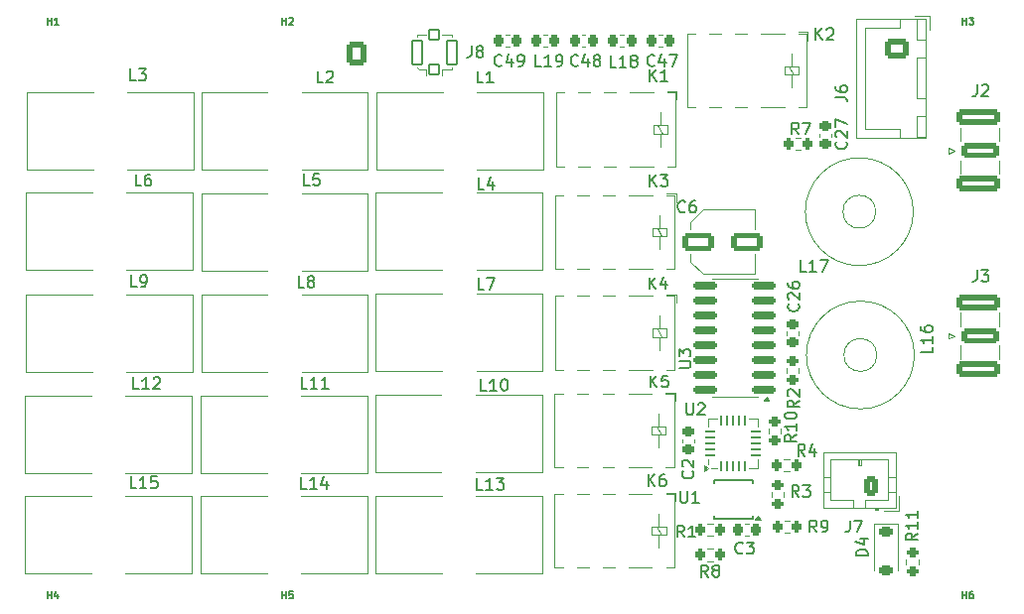
<source format=gto>
G04 #@! TF.GenerationSoftware,KiCad,Pcbnew,9.0.0*
G04 #@! TF.CreationDate,2025-07-18T15:04:11-05:00*
G04 #@! TF.ProjectId,txfilters,74786669-6c74-4657-9273-2e6b69636164,rev?*
G04 #@! TF.SameCoordinates,Original*
G04 #@! TF.FileFunction,Legend,Top*
G04 #@! TF.FilePolarity,Positive*
%FSLAX46Y46*%
G04 Gerber Fmt 4.6, Leading zero omitted, Abs format (unit mm)*
G04 Created by KiCad (PCBNEW 9.0.0) date 2025-07-18 15:04:11*
%MOMM*%
%LPD*%
G01*
G04 APERTURE LIST*
G04 Aperture macros list*
%AMRoundRect*
0 Rectangle with rounded corners*
0 $1 Rounding radius*
0 $2 $3 $4 $5 $6 $7 $8 $9 X,Y pos of 4 corners*
0 Add a 4 corners polygon primitive as box body*
4,1,4,$2,$3,$4,$5,$6,$7,$8,$9,$2,$3,0*
0 Add four circle primitives for the rounded corners*
1,1,$1+$1,$2,$3*
1,1,$1+$1,$4,$5*
1,1,$1+$1,$6,$7*
1,1,$1+$1,$8,$9*
0 Add four rect primitives between the rounded corners*
20,1,$1+$1,$2,$3,$4,$5,0*
20,1,$1+$1,$4,$5,$6,$7,0*
20,1,$1+$1,$6,$7,$8,$9,0*
20,1,$1+$1,$8,$9,$2,$3,0*%
G04 Aperture macros list end*
%ADD10C,0.150000*%
%ADD11C,0.120000*%
%ADD12C,1.400000*%
%ADD13C,3.000000*%
%ADD14RoundRect,0.225000X0.250000X-0.225000X0.250000X0.225000X-0.250000X0.225000X-0.250000X-0.225000X0*%
%ADD15C,2.700000*%
%ADD16RoundRect,0.100000X-0.400000X-0.400000X0.400000X-0.400000X0.400000X0.400000X-0.400000X0.400000X0*%
%ADD17RoundRect,0.105000X-0.420000X-0.995000X0.420000X-0.995000X0.420000X0.995000X-0.420000X0.995000X0*%
%ADD18C,2.000000*%
%ADD19RoundRect,0.150000X0.825000X0.150000X-0.825000X0.150000X-0.825000X-0.150000X0.825000X-0.150000X0*%
%ADD20RoundRect,0.225000X-0.225000X-0.250000X0.225000X-0.250000X0.225000X0.250000X-0.225000X0.250000X0*%
%ADD21RoundRect,0.200000X-0.275000X0.200000X-0.275000X-0.200000X0.275000X-0.200000X0.275000X0.200000X0*%
%ADD22RoundRect,0.225000X0.225000X0.250000X-0.225000X0.250000X-0.225000X-0.250000X0.225000X-0.250000X0*%
%ADD23RoundRect,0.250000X1.350000X-0.385000X1.350000X0.385000X-1.350000X0.385000X-1.350000X-0.385000X0*%
%ADD24RoundRect,0.250000X1.600000X-0.425000X1.600000X0.425000X-1.600000X0.425000X-1.600000X-0.425000X0*%
%ADD25RoundRect,0.250000X-1.137500X-0.550000X1.137500X-0.550000X1.137500X0.550000X-1.137500X0.550000X0*%
%ADD26RoundRect,0.225000X-0.250000X0.225000X-0.250000X-0.225000X0.250000X-0.225000X0.250000X0.225000X0*%
%ADD27RoundRect,0.250000X0.350000X0.625000X-0.350000X0.625000X-0.350000X-0.625000X0.350000X-0.625000X0*%
%ADD28O,1.200000X1.750000*%
%ADD29RoundRect,0.200000X0.200000X0.275000X-0.200000X0.275000X-0.200000X-0.275000X0.200000X-0.275000X0*%
%ADD30RoundRect,0.250000X-0.725000X0.600000X-0.725000X-0.600000X0.725000X-0.600000X0.725000X0.600000X0*%
%ADD31O,1.950000X1.700000*%
%ADD32RoundRect,0.218750X0.218750X0.256250X-0.218750X0.256250X-0.218750X-0.256250X0.218750X-0.256250X0*%
%ADD33RoundRect,0.225000X-0.375000X0.225000X-0.375000X-0.225000X0.375000X-0.225000X0.375000X0.225000X0*%
%ADD34RoundRect,0.200000X-0.200000X-0.275000X0.200000X-0.275000X0.200000X0.275000X-0.200000X0.275000X0*%
%ADD35R,1.100000X0.250000*%
%ADD36RoundRect,0.218750X-0.218750X-0.256250X0.218750X-0.256250X0.218750X0.256250X-0.218750X0.256250X0*%
%ADD37RoundRect,0.062500X0.062500X-0.350000X0.062500X0.350000X-0.062500X0.350000X-0.062500X-0.350000X0*%
%ADD38RoundRect,0.062500X0.350000X-0.062500X0.350000X0.062500X-0.350000X0.062500X-0.350000X-0.062500X0*%
%ADD39R,2.500000X2.500000*%
%ADD40R,1.700000X1.700000*%
%ADD41O,1.700000X1.700000*%
%ADD42RoundRect,0.250000X-0.600000X-0.750000X0.600000X-0.750000X0.600000X0.750000X-0.600000X0.750000X0*%
%ADD43O,1.700000X2.000000*%
G04 APERTURE END LIST*
D10*
X154980905Y-141049819D02*
X154980905Y-140049819D01*
X155552333Y-141049819D02*
X155123762Y-140478390D01*
X155552333Y-140049819D02*
X154980905Y-140621247D01*
X156409476Y-140049819D02*
X156219000Y-140049819D01*
X156219000Y-140049819D02*
X156123762Y-140097438D01*
X156123762Y-140097438D02*
X156076143Y-140145057D01*
X156076143Y-140145057D02*
X155980905Y-140287914D01*
X155980905Y-140287914D02*
X155933286Y-140478390D01*
X155933286Y-140478390D02*
X155933286Y-140859342D01*
X155933286Y-140859342D02*
X155980905Y-140954580D01*
X155980905Y-140954580D02*
X156028524Y-141002200D01*
X156028524Y-141002200D02*
X156123762Y-141049819D01*
X156123762Y-141049819D02*
X156314238Y-141049819D01*
X156314238Y-141049819D02*
X156409476Y-141002200D01*
X156409476Y-141002200D02*
X156457095Y-140954580D01*
X156457095Y-140954580D02*
X156504714Y-140859342D01*
X156504714Y-140859342D02*
X156504714Y-140621247D01*
X156504714Y-140621247D02*
X156457095Y-140526009D01*
X156457095Y-140526009D02*
X156409476Y-140478390D01*
X156409476Y-140478390D02*
X156314238Y-140430771D01*
X156314238Y-140430771D02*
X156123762Y-140430771D01*
X156123762Y-140430771D02*
X156028524Y-140478390D01*
X156028524Y-140478390D02*
X155980905Y-140526009D01*
X155980905Y-140526009D02*
X155933286Y-140621247D01*
X111388333Y-124037319D02*
X110912143Y-124037319D01*
X110912143Y-124037319D02*
X110912143Y-123037319D01*
X111769286Y-124037319D02*
X111959762Y-124037319D01*
X111959762Y-124037319D02*
X112055000Y-123989700D01*
X112055000Y-123989700D02*
X112102619Y-123942080D01*
X112102619Y-123942080D02*
X112197857Y-123799223D01*
X112197857Y-123799223D02*
X112245476Y-123608747D01*
X112245476Y-123608747D02*
X112245476Y-123227795D01*
X112245476Y-123227795D02*
X112197857Y-123132557D01*
X112197857Y-123132557D02*
X112150238Y-123084938D01*
X112150238Y-123084938D02*
X112055000Y-123037319D01*
X112055000Y-123037319D02*
X111864524Y-123037319D01*
X111864524Y-123037319D02*
X111769286Y-123084938D01*
X111769286Y-123084938D02*
X111721667Y-123132557D01*
X111721667Y-123132557D02*
X111674048Y-123227795D01*
X111674048Y-123227795D02*
X111674048Y-123465890D01*
X111674048Y-123465890D02*
X111721667Y-123561128D01*
X111721667Y-123561128D02*
X111769286Y-123608747D01*
X111769286Y-123608747D02*
X111864524Y-123656366D01*
X111864524Y-123656366D02*
X112055000Y-123656366D01*
X112055000Y-123656366D02*
X112150238Y-123608747D01*
X112150238Y-123608747D02*
X112197857Y-123561128D01*
X112197857Y-123561128D02*
X112245476Y-123465890D01*
X171859580Y-111642857D02*
X171907200Y-111690476D01*
X171907200Y-111690476D02*
X171954819Y-111833333D01*
X171954819Y-111833333D02*
X171954819Y-111928571D01*
X171954819Y-111928571D02*
X171907200Y-112071428D01*
X171907200Y-112071428D02*
X171811961Y-112166666D01*
X171811961Y-112166666D02*
X171716723Y-112214285D01*
X171716723Y-112214285D02*
X171526247Y-112261904D01*
X171526247Y-112261904D02*
X171383390Y-112261904D01*
X171383390Y-112261904D02*
X171192914Y-112214285D01*
X171192914Y-112214285D02*
X171097676Y-112166666D01*
X171097676Y-112166666D02*
X171002438Y-112071428D01*
X171002438Y-112071428D02*
X170954819Y-111928571D01*
X170954819Y-111928571D02*
X170954819Y-111833333D01*
X170954819Y-111833333D02*
X171002438Y-111690476D01*
X171002438Y-111690476D02*
X171050057Y-111642857D01*
X171050057Y-111261904D02*
X171002438Y-111214285D01*
X171002438Y-111214285D02*
X170954819Y-111119047D01*
X170954819Y-111119047D02*
X170954819Y-110880952D01*
X170954819Y-110880952D02*
X171002438Y-110785714D01*
X171002438Y-110785714D02*
X171050057Y-110738095D01*
X171050057Y-110738095D02*
X171145295Y-110690476D01*
X171145295Y-110690476D02*
X171240533Y-110690476D01*
X171240533Y-110690476D02*
X171383390Y-110738095D01*
X171383390Y-110738095D02*
X171954819Y-111309523D01*
X171954819Y-111309523D02*
X171954819Y-110690476D01*
X170954819Y-110357142D02*
X170954819Y-109690476D01*
X170954819Y-109690476D02*
X171954819Y-110119047D01*
X103762857Y-101629771D02*
X103762857Y-101029771D01*
X103762857Y-101315485D02*
X104105714Y-101315485D01*
X104105714Y-101629771D02*
X104105714Y-101029771D01*
X104705713Y-101629771D02*
X104362856Y-101629771D01*
X104534285Y-101629771D02*
X104534285Y-101029771D01*
X104534285Y-101029771D02*
X104477142Y-101115485D01*
X104477142Y-101115485D02*
X104419999Y-101172628D01*
X104419999Y-101172628D02*
X104362856Y-101201200D01*
X139916666Y-103454819D02*
X139916666Y-104169104D01*
X139916666Y-104169104D02*
X139869047Y-104311961D01*
X139869047Y-104311961D02*
X139773809Y-104407200D01*
X139773809Y-104407200D02*
X139630952Y-104454819D01*
X139630952Y-104454819D02*
X139535714Y-104454819D01*
X140535714Y-103883390D02*
X140440476Y-103835771D01*
X140440476Y-103835771D02*
X140392857Y-103788152D01*
X140392857Y-103788152D02*
X140345238Y-103692914D01*
X140345238Y-103692914D02*
X140345238Y-103645295D01*
X140345238Y-103645295D02*
X140392857Y-103550057D01*
X140392857Y-103550057D02*
X140440476Y-103502438D01*
X140440476Y-103502438D02*
X140535714Y-103454819D01*
X140535714Y-103454819D02*
X140726190Y-103454819D01*
X140726190Y-103454819D02*
X140821428Y-103502438D01*
X140821428Y-103502438D02*
X140869047Y-103550057D01*
X140869047Y-103550057D02*
X140916666Y-103645295D01*
X140916666Y-103645295D02*
X140916666Y-103692914D01*
X140916666Y-103692914D02*
X140869047Y-103788152D01*
X140869047Y-103788152D02*
X140821428Y-103835771D01*
X140821428Y-103835771D02*
X140726190Y-103883390D01*
X140726190Y-103883390D02*
X140535714Y-103883390D01*
X140535714Y-103883390D02*
X140440476Y-103931009D01*
X140440476Y-103931009D02*
X140392857Y-103978628D01*
X140392857Y-103978628D02*
X140345238Y-104073866D01*
X140345238Y-104073866D02*
X140345238Y-104264342D01*
X140345238Y-104264342D02*
X140392857Y-104359580D01*
X140392857Y-104359580D02*
X140440476Y-104407200D01*
X140440476Y-104407200D02*
X140535714Y-104454819D01*
X140535714Y-104454819D02*
X140726190Y-104454819D01*
X140726190Y-104454819D02*
X140821428Y-104407200D01*
X140821428Y-104407200D02*
X140869047Y-104359580D01*
X140869047Y-104359580D02*
X140916666Y-104264342D01*
X140916666Y-104264342D02*
X140916666Y-104073866D01*
X140916666Y-104073866D02*
X140869047Y-103978628D01*
X140869047Y-103978628D02*
X140821428Y-103931009D01*
X140821428Y-103931009D02*
X140726190Y-103883390D01*
X140918333Y-106604819D02*
X140442143Y-106604819D01*
X140442143Y-106604819D02*
X140442143Y-105604819D01*
X141775476Y-106604819D02*
X141204048Y-106604819D01*
X141489762Y-106604819D02*
X141489762Y-105604819D01*
X141489762Y-105604819D02*
X141394524Y-105747676D01*
X141394524Y-105747676D02*
X141299286Y-105842914D01*
X141299286Y-105842914D02*
X141204048Y-105890533D01*
X155122905Y-106459819D02*
X155122905Y-105459819D01*
X155694333Y-106459819D02*
X155265762Y-105888390D01*
X155694333Y-105459819D02*
X155122905Y-106031247D01*
X156646714Y-106459819D02*
X156075286Y-106459819D01*
X156361000Y-106459819D02*
X156361000Y-105459819D01*
X156361000Y-105459819D02*
X156265762Y-105602676D01*
X156265762Y-105602676D02*
X156170524Y-105697914D01*
X156170524Y-105697914D02*
X156075286Y-105745533D01*
X168444142Y-122731819D02*
X167967952Y-122731819D01*
X167967952Y-122731819D02*
X167967952Y-121731819D01*
X169301285Y-122731819D02*
X168729857Y-122731819D01*
X169015571Y-122731819D02*
X169015571Y-121731819D01*
X169015571Y-121731819D02*
X168920333Y-121874676D01*
X168920333Y-121874676D02*
X168825095Y-121969914D01*
X168825095Y-121969914D02*
X168729857Y-122017533D01*
X169634619Y-121731819D02*
X170301285Y-121731819D01*
X170301285Y-121731819D02*
X169872714Y-122731819D01*
X127278333Y-106604819D02*
X126802143Y-106604819D01*
X126802143Y-106604819D02*
X126802143Y-105604819D01*
X127564048Y-105700057D02*
X127611667Y-105652438D01*
X127611667Y-105652438D02*
X127706905Y-105604819D01*
X127706905Y-105604819D02*
X127945000Y-105604819D01*
X127945000Y-105604819D02*
X128040238Y-105652438D01*
X128040238Y-105652438D02*
X128087857Y-105700057D01*
X128087857Y-105700057D02*
X128135476Y-105795295D01*
X128135476Y-105795295D02*
X128135476Y-105890533D01*
X128135476Y-105890533D02*
X128087857Y-106033390D01*
X128087857Y-106033390D02*
X127516429Y-106604819D01*
X127516429Y-106604819D02*
X128135476Y-106604819D01*
X111308333Y-106414819D02*
X110832143Y-106414819D01*
X110832143Y-106414819D02*
X110832143Y-105414819D01*
X111546429Y-105414819D02*
X112165476Y-105414819D01*
X112165476Y-105414819D02*
X111832143Y-105795771D01*
X111832143Y-105795771D02*
X111975000Y-105795771D01*
X111975000Y-105795771D02*
X112070238Y-105843390D01*
X112070238Y-105843390D02*
X112117857Y-105891009D01*
X112117857Y-105891009D02*
X112165476Y-105986247D01*
X112165476Y-105986247D02*
X112165476Y-106224342D01*
X112165476Y-106224342D02*
X112117857Y-106319580D01*
X112117857Y-106319580D02*
X112070238Y-106367200D01*
X112070238Y-106367200D02*
X111975000Y-106414819D01*
X111975000Y-106414819D02*
X111689286Y-106414819D01*
X111689286Y-106414819D02*
X111594048Y-106367200D01*
X111594048Y-106367200D02*
X111546429Y-106319580D01*
X155164905Y-132601319D02*
X155164905Y-131601319D01*
X155736333Y-132601319D02*
X155307762Y-132029890D01*
X155736333Y-131601319D02*
X155164905Y-132172747D01*
X156641095Y-131601319D02*
X156164905Y-131601319D01*
X156164905Y-131601319D02*
X156117286Y-132077509D01*
X156117286Y-132077509D02*
X156164905Y-132029890D01*
X156164905Y-132029890D02*
X156260143Y-131982271D01*
X156260143Y-131982271D02*
X156498238Y-131982271D01*
X156498238Y-131982271D02*
X156593476Y-132029890D01*
X156593476Y-132029890D02*
X156641095Y-132077509D01*
X156641095Y-132077509D02*
X156688714Y-132172747D01*
X156688714Y-132172747D02*
X156688714Y-132410842D01*
X156688714Y-132410842D02*
X156641095Y-132506080D01*
X156641095Y-132506080D02*
X156593476Y-132553700D01*
X156593476Y-132553700D02*
X156498238Y-132601319D01*
X156498238Y-132601319D02*
X156260143Y-132601319D01*
X156260143Y-132601319D02*
X156164905Y-132553700D01*
X156164905Y-132553700D02*
X156117286Y-132506080D01*
X157605819Y-130928904D02*
X158415342Y-130928904D01*
X158415342Y-130928904D02*
X158510580Y-130881285D01*
X158510580Y-130881285D02*
X158558200Y-130833666D01*
X158558200Y-130833666D02*
X158605819Y-130738428D01*
X158605819Y-130738428D02*
X158605819Y-130547952D01*
X158605819Y-130547952D02*
X158558200Y-130452714D01*
X158558200Y-130452714D02*
X158510580Y-130405095D01*
X158510580Y-130405095D02*
X158415342Y-130357476D01*
X158415342Y-130357476D02*
X157605819Y-130357476D01*
X157605819Y-129976523D02*
X157605819Y-129357476D01*
X157605819Y-129357476D02*
X157986771Y-129690809D01*
X157986771Y-129690809D02*
X157986771Y-129547952D01*
X157986771Y-129547952D02*
X158034390Y-129452714D01*
X158034390Y-129452714D02*
X158082009Y-129405095D01*
X158082009Y-129405095D02*
X158177247Y-129357476D01*
X158177247Y-129357476D02*
X158415342Y-129357476D01*
X158415342Y-129357476D02*
X158510580Y-129405095D01*
X158510580Y-129405095D02*
X158558200Y-129452714D01*
X158558200Y-129452714D02*
X158605819Y-129547952D01*
X158605819Y-129547952D02*
X158605819Y-129833666D01*
X158605819Y-129833666D02*
X158558200Y-129928904D01*
X158558200Y-129928904D02*
X158510580Y-129976523D01*
X163044333Y-146724580D02*
X162996714Y-146772200D01*
X162996714Y-146772200D02*
X162853857Y-146819819D01*
X162853857Y-146819819D02*
X162758619Y-146819819D01*
X162758619Y-146819819D02*
X162615762Y-146772200D01*
X162615762Y-146772200D02*
X162520524Y-146676961D01*
X162520524Y-146676961D02*
X162472905Y-146581723D01*
X162472905Y-146581723D02*
X162425286Y-146391247D01*
X162425286Y-146391247D02*
X162425286Y-146248390D01*
X162425286Y-146248390D02*
X162472905Y-146057914D01*
X162472905Y-146057914D02*
X162520524Y-145962676D01*
X162520524Y-145962676D02*
X162615762Y-145867438D01*
X162615762Y-145867438D02*
X162758619Y-145819819D01*
X162758619Y-145819819D02*
X162853857Y-145819819D01*
X162853857Y-145819819D02*
X162996714Y-145867438D01*
X162996714Y-145867438D02*
X163044333Y-145915057D01*
X163377667Y-145819819D02*
X163996714Y-145819819D01*
X163996714Y-145819819D02*
X163663381Y-146200771D01*
X163663381Y-146200771D02*
X163806238Y-146200771D01*
X163806238Y-146200771D02*
X163901476Y-146248390D01*
X163901476Y-146248390D02*
X163949095Y-146296009D01*
X163949095Y-146296009D02*
X163996714Y-146391247D01*
X163996714Y-146391247D02*
X163996714Y-146629342D01*
X163996714Y-146629342D02*
X163949095Y-146724580D01*
X163949095Y-146724580D02*
X163901476Y-146772200D01*
X163901476Y-146772200D02*
X163806238Y-146819819D01*
X163806238Y-146819819D02*
X163520524Y-146819819D01*
X163520524Y-146819819D02*
X163425286Y-146772200D01*
X163425286Y-146772200D02*
X163377667Y-146724580D01*
X177954819Y-145067857D02*
X177478628Y-145401190D01*
X177954819Y-145639285D02*
X176954819Y-145639285D01*
X176954819Y-145639285D02*
X176954819Y-145258333D01*
X176954819Y-145258333D02*
X177002438Y-145163095D01*
X177002438Y-145163095D02*
X177050057Y-145115476D01*
X177050057Y-145115476D02*
X177145295Y-145067857D01*
X177145295Y-145067857D02*
X177288152Y-145067857D01*
X177288152Y-145067857D02*
X177383390Y-145115476D01*
X177383390Y-145115476D02*
X177431009Y-145163095D01*
X177431009Y-145163095D02*
X177478628Y-145258333D01*
X177478628Y-145258333D02*
X177478628Y-145639285D01*
X177954819Y-144115476D02*
X177954819Y-144686904D01*
X177954819Y-144401190D02*
X176954819Y-144401190D01*
X176954819Y-144401190D02*
X177097676Y-144496428D01*
X177097676Y-144496428D02*
X177192914Y-144591666D01*
X177192914Y-144591666D02*
X177240533Y-144686904D01*
X177954819Y-143163095D02*
X177954819Y-143734523D01*
X177954819Y-143448809D02*
X176954819Y-143448809D01*
X176954819Y-143448809D02*
X177097676Y-143544047D01*
X177097676Y-143544047D02*
X177192914Y-143639285D01*
X177192914Y-143639285D02*
X177240533Y-143734523D01*
X181762857Y-150629771D02*
X181762857Y-150029771D01*
X181762857Y-150315485D02*
X182105714Y-150315485D01*
X182105714Y-150629771D02*
X182105714Y-150029771D01*
X182648571Y-150029771D02*
X182534285Y-150029771D01*
X182534285Y-150029771D02*
X182477142Y-150058342D01*
X182477142Y-150058342D02*
X182448571Y-150086914D01*
X182448571Y-150086914D02*
X182391428Y-150172628D01*
X182391428Y-150172628D02*
X182362856Y-150286914D01*
X182362856Y-150286914D02*
X182362856Y-150515485D01*
X182362856Y-150515485D02*
X182391428Y-150572628D01*
X182391428Y-150572628D02*
X182419999Y-150601200D01*
X182419999Y-150601200D02*
X182477142Y-150629771D01*
X182477142Y-150629771D02*
X182591428Y-150629771D01*
X182591428Y-150629771D02*
X182648571Y-150601200D01*
X182648571Y-150601200D02*
X182677142Y-150572628D01*
X182677142Y-150572628D02*
X182705713Y-150515485D01*
X182705713Y-150515485D02*
X182705713Y-150372628D01*
X182705713Y-150372628D02*
X182677142Y-150315485D01*
X182677142Y-150315485D02*
X182648571Y-150286914D01*
X182648571Y-150286914D02*
X182591428Y-150258342D01*
X182591428Y-150258342D02*
X182477142Y-150258342D01*
X182477142Y-150258342D02*
X182419999Y-150286914D01*
X182419999Y-150286914D02*
X182391428Y-150315485D01*
X182391428Y-150315485D02*
X182362856Y-150372628D01*
X155522722Y-105109580D02*
X155475103Y-105157200D01*
X155475103Y-105157200D02*
X155332246Y-105204819D01*
X155332246Y-105204819D02*
X155237008Y-105204819D01*
X155237008Y-105204819D02*
X155094151Y-105157200D01*
X155094151Y-105157200D02*
X154998913Y-105061961D01*
X154998913Y-105061961D02*
X154951294Y-104966723D01*
X154951294Y-104966723D02*
X154903675Y-104776247D01*
X154903675Y-104776247D02*
X154903675Y-104633390D01*
X154903675Y-104633390D02*
X154951294Y-104442914D01*
X154951294Y-104442914D02*
X154998913Y-104347676D01*
X154998913Y-104347676D02*
X155094151Y-104252438D01*
X155094151Y-104252438D02*
X155237008Y-104204819D01*
X155237008Y-104204819D02*
X155332246Y-104204819D01*
X155332246Y-104204819D02*
X155475103Y-104252438D01*
X155475103Y-104252438D02*
X155522722Y-104300057D01*
X156379865Y-104538152D02*
X156379865Y-105204819D01*
X156141770Y-104157200D02*
X155903675Y-104871485D01*
X155903675Y-104871485D02*
X156522722Y-104871485D01*
X156808437Y-104204819D02*
X157475103Y-104204819D01*
X157475103Y-104204819D02*
X157046532Y-105204819D01*
X148997722Y-105109580D02*
X148950103Y-105157200D01*
X148950103Y-105157200D02*
X148807246Y-105204819D01*
X148807246Y-105204819D02*
X148712008Y-105204819D01*
X148712008Y-105204819D02*
X148569151Y-105157200D01*
X148569151Y-105157200D02*
X148473913Y-105061961D01*
X148473913Y-105061961D02*
X148426294Y-104966723D01*
X148426294Y-104966723D02*
X148378675Y-104776247D01*
X148378675Y-104776247D02*
X148378675Y-104633390D01*
X148378675Y-104633390D02*
X148426294Y-104442914D01*
X148426294Y-104442914D02*
X148473913Y-104347676D01*
X148473913Y-104347676D02*
X148569151Y-104252438D01*
X148569151Y-104252438D02*
X148712008Y-104204819D01*
X148712008Y-104204819D02*
X148807246Y-104204819D01*
X148807246Y-104204819D02*
X148950103Y-104252438D01*
X148950103Y-104252438D02*
X148997722Y-104300057D01*
X149854865Y-104538152D02*
X149854865Y-105204819D01*
X149616770Y-104157200D02*
X149378675Y-104871485D01*
X149378675Y-104871485D02*
X149997722Y-104871485D01*
X150521532Y-104633390D02*
X150426294Y-104585771D01*
X150426294Y-104585771D02*
X150378675Y-104538152D01*
X150378675Y-104538152D02*
X150331056Y-104442914D01*
X150331056Y-104442914D02*
X150331056Y-104395295D01*
X150331056Y-104395295D02*
X150378675Y-104300057D01*
X150378675Y-104300057D02*
X150426294Y-104252438D01*
X150426294Y-104252438D02*
X150521532Y-104204819D01*
X150521532Y-104204819D02*
X150712008Y-104204819D01*
X150712008Y-104204819D02*
X150807246Y-104252438D01*
X150807246Y-104252438D02*
X150854865Y-104300057D01*
X150854865Y-104300057D02*
X150902484Y-104395295D01*
X150902484Y-104395295D02*
X150902484Y-104442914D01*
X150902484Y-104442914D02*
X150854865Y-104538152D01*
X150854865Y-104538152D02*
X150807246Y-104585771D01*
X150807246Y-104585771D02*
X150712008Y-104633390D01*
X150712008Y-104633390D02*
X150521532Y-104633390D01*
X150521532Y-104633390D02*
X150426294Y-104681009D01*
X150426294Y-104681009D02*
X150378675Y-104728628D01*
X150378675Y-104728628D02*
X150331056Y-104823866D01*
X150331056Y-104823866D02*
X150331056Y-105014342D01*
X150331056Y-105014342D02*
X150378675Y-105109580D01*
X150378675Y-105109580D02*
X150426294Y-105157200D01*
X150426294Y-105157200D02*
X150521532Y-105204819D01*
X150521532Y-105204819D02*
X150712008Y-105204819D01*
X150712008Y-105204819D02*
X150807246Y-105157200D01*
X150807246Y-105157200D02*
X150854865Y-105109580D01*
X150854865Y-105109580D02*
X150902484Y-105014342D01*
X150902484Y-105014342D02*
X150902484Y-104823866D01*
X150902484Y-104823866D02*
X150854865Y-104728628D01*
X150854865Y-104728628D02*
X150807246Y-104681009D01*
X150807246Y-104681009D02*
X150712008Y-104633390D01*
X123762857Y-101629771D02*
X123762857Y-101029771D01*
X123762857Y-101315485D02*
X124105714Y-101315485D01*
X124105714Y-101629771D02*
X124105714Y-101029771D01*
X124362856Y-101086914D02*
X124391428Y-101058342D01*
X124391428Y-101058342D02*
X124448571Y-101029771D01*
X124448571Y-101029771D02*
X124591428Y-101029771D01*
X124591428Y-101029771D02*
X124648571Y-101058342D01*
X124648571Y-101058342D02*
X124677142Y-101086914D01*
X124677142Y-101086914D02*
X124705713Y-101144057D01*
X124705713Y-101144057D02*
X124705713Y-101201200D01*
X124705713Y-101201200D02*
X124677142Y-101286914D01*
X124677142Y-101286914D02*
X124334285Y-101629771D01*
X124334285Y-101629771D02*
X124705713Y-101629771D01*
X183004166Y-122579819D02*
X183004166Y-123294104D01*
X183004166Y-123294104D02*
X182956547Y-123436961D01*
X182956547Y-123436961D02*
X182861309Y-123532200D01*
X182861309Y-123532200D02*
X182718452Y-123579819D01*
X182718452Y-123579819D02*
X182623214Y-123579819D01*
X183385119Y-122579819D02*
X184004166Y-122579819D01*
X184004166Y-122579819D02*
X183670833Y-122960771D01*
X183670833Y-122960771D02*
X183813690Y-122960771D01*
X183813690Y-122960771D02*
X183908928Y-123008390D01*
X183908928Y-123008390D02*
X183956547Y-123056009D01*
X183956547Y-123056009D02*
X184004166Y-123151247D01*
X184004166Y-123151247D02*
X184004166Y-123389342D01*
X184004166Y-123389342D02*
X183956547Y-123484580D01*
X183956547Y-123484580D02*
X183908928Y-123532200D01*
X183908928Y-123532200D02*
X183813690Y-123579819D01*
X183813690Y-123579819D02*
X183527976Y-123579819D01*
X183527976Y-123579819D02*
X183432738Y-123532200D01*
X183432738Y-123532200D02*
X183385119Y-123484580D01*
X111778333Y-115416069D02*
X111302143Y-115416069D01*
X111302143Y-115416069D02*
X111302143Y-114416069D01*
X112540238Y-114416069D02*
X112349762Y-114416069D01*
X112349762Y-114416069D02*
X112254524Y-114463688D01*
X112254524Y-114463688D02*
X112206905Y-114511307D01*
X112206905Y-114511307D02*
X112111667Y-114654164D01*
X112111667Y-114654164D02*
X112064048Y-114844640D01*
X112064048Y-114844640D02*
X112064048Y-115225592D01*
X112064048Y-115225592D02*
X112111667Y-115320830D01*
X112111667Y-115320830D02*
X112159286Y-115368450D01*
X112159286Y-115368450D02*
X112254524Y-115416069D01*
X112254524Y-115416069D02*
X112445000Y-115416069D01*
X112445000Y-115416069D02*
X112540238Y-115368450D01*
X112540238Y-115368450D02*
X112587857Y-115320830D01*
X112587857Y-115320830D02*
X112635476Y-115225592D01*
X112635476Y-115225592D02*
X112635476Y-114987497D01*
X112635476Y-114987497D02*
X112587857Y-114892259D01*
X112587857Y-114892259D02*
X112540238Y-114844640D01*
X112540238Y-114844640D02*
X112445000Y-114797021D01*
X112445000Y-114797021D02*
X112254524Y-114797021D01*
X112254524Y-114797021D02*
X112159286Y-114844640D01*
X112159286Y-114844640D02*
X112111667Y-114892259D01*
X112111667Y-114892259D02*
X112064048Y-114987497D01*
X158134333Y-117584580D02*
X158086714Y-117632200D01*
X158086714Y-117632200D02*
X157943857Y-117679819D01*
X157943857Y-117679819D02*
X157848619Y-117679819D01*
X157848619Y-117679819D02*
X157705762Y-117632200D01*
X157705762Y-117632200D02*
X157610524Y-117536961D01*
X157610524Y-117536961D02*
X157562905Y-117441723D01*
X157562905Y-117441723D02*
X157515286Y-117251247D01*
X157515286Y-117251247D02*
X157515286Y-117108390D01*
X157515286Y-117108390D02*
X157562905Y-116917914D01*
X157562905Y-116917914D02*
X157610524Y-116822676D01*
X157610524Y-116822676D02*
X157705762Y-116727438D01*
X157705762Y-116727438D02*
X157848619Y-116679819D01*
X157848619Y-116679819D02*
X157943857Y-116679819D01*
X157943857Y-116679819D02*
X158086714Y-116727438D01*
X158086714Y-116727438D02*
X158134333Y-116775057D01*
X158991476Y-116679819D02*
X158801000Y-116679819D01*
X158801000Y-116679819D02*
X158705762Y-116727438D01*
X158705762Y-116727438D02*
X158658143Y-116775057D01*
X158658143Y-116775057D02*
X158562905Y-116917914D01*
X158562905Y-116917914D02*
X158515286Y-117108390D01*
X158515286Y-117108390D02*
X158515286Y-117489342D01*
X158515286Y-117489342D02*
X158562905Y-117584580D01*
X158562905Y-117584580D02*
X158610524Y-117632200D01*
X158610524Y-117632200D02*
X158705762Y-117679819D01*
X158705762Y-117679819D02*
X158896238Y-117679819D01*
X158896238Y-117679819D02*
X158991476Y-117632200D01*
X158991476Y-117632200D02*
X159039095Y-117584580D01*
X159039095Y-117584580D02*
X159086714Y-117489342D01*
X159086714Y-117489342D02*
X159086714Y-117251247D01*
X159086714Y-117251247D02*
X159039095Y-117156009D01*
X159039095Y-117156009D02*
X158991476Y-117108390D01*
X158991476Y-117108390D02*
X158896238Y-117060771D01*
X158896238Y-117060771D02*
X158705762Y-117060771D01*
X158705762Y-117060771D02*
X158610524Y-117108390D01*
X158610524Y-117108390D02*
X158562905Y-117156009D01*
X158562905Y-117156009D02*
X158515286Y-117251247D01*
X167794580Y-125485857D02*
X167842200Y-125533476D01*
X167842200Y-125533476D02*
X167889819Y-125676333D01*
X167889819Y-125676333D02*
X167889819Y-125771571D01*
X167889819Y-125771571D02*
X167842200Y-125914428D01*
X167842200Y-125914428D02*
X167746961Y-126009666D01*
X167746961Y-126009666D02*
X167651723Y-126057285D01*
X167651723Y-126057285D02*
X167461247Y-126104904D01*
X167461247Y-126104904D02*
X167318390Y-126104904D01*
X167318390Y-126104904D02*
X167127914Y-126057285D01*
X167127914Y-126057285D02*
X167032676Y-126009666D01*
X167032676Y-126009666D02*
X166937438Y-125914428D01*
X166937438Y-125914428D02*
X166889819Y-125771571D01*
X166889819Y-125771571D02*
X166889819Y-125676333D01*
X166889819Y-125676333D02*
X166937438Y-125533476D01*
X166937438Y-125533476D02*
X166985057Y-125485857D01*
X166985057Y-125104904D02*
X166937438Y-125057285D01*
X166937438Y-125057285D02*
X166889819Y-124962047D01*
X166889819Y-124962047D02*
X166889819Y-124723952D01*
X166889819Y-124723952D02*
X166937438Y-124628714D01*
X166937438Y-124628714D02*
X166985057Y-124581095D01*
X166985057Y-124581095D02*
X167080295Y-124533476D01*
X167080295Y-124533476D02*
X167175533Y-124533476D01*
X167175533Y-124533476D02*
X167318390Y-124581095D01*
X167318390Y-124581095D02*
X167889819Y-125152523D01*
X167889819Y-125152523D02*
X167889819Y-124533476D01*
X166889819Y-123676333D02*
X166889819Y-123866809D01*
X166889819Y-123866809D02*
X166937438Y-123962047D01*
X166937438Y-123962047D02*
X166985057Y-124009666D01*
X166985057Y-124009666D02*
X167127914Y-124104904D01*
X167127914Y-124104904D02*
X167318390Y-124152523D01*
X167318390Y-124152523D02*
X167699342Y-124152523D01*
X167699342Y-124152523D02*
X167794580Y-124104904D01*
X167794580Y-124104904D02*
X167842200Y-124057285D01*
X167842200Y-124057285D02*
X167889819Y-123962047D01*
X167889819Y-123962047D02*
X167889819Y-123771571D01*
X167889819Y-123771571D02*
X167842200Y-123676333D01*
X167842200Y-123676333D02*
X167794580Y-123628714D01*
X167794580Y-123628714D02*
X167699342Y-123581095D01*
X167699342Y-123581095D02*
X167461247Y-123581095D01*
X167461247Y-123581095D02*
X167366009Y-123628714D01*
X167366009Y-123628714D02*
X167318390Y-123676333D01*
X167318390Y-123676333D02*
X167270771Y-123771571D01*
X167270771Y-123771571D02*
X167270771Y-123962047D01*
X167270771Y-123962047D02*
X167318390Y-124057285D01*
X167318390Y-124057285D02*
X167366009Y-124104904D01*
X167366009Y-124104904D02*
X167461247Y-124152523D01*
X111342142Y-141213819D02*
X110865952Y-141213819D01*
X110865952Y-141213819D02*
X110865952Y-140213819D01*
X112199285Y-141213819D02*
X111627857Y-141213819D01*
X111913571Y-141213819D02*
X111913571Y-140213819D01*
X111913571Y-140213819D02*
X111818333Y-140356676D01*
X111818333Y-140356676D02*
X111723095Y-140451914D01*
X111723095Y-140451914D02*
X111627857Y-140499533D01*
X113104047Y-140213819D02*
X112627857Y-140213819D01*
X112627857Y-140213819D02*
X112580238Y-140690009D01*
X112580238Y-140690009D02*
X112627857Y-140642390D01*
X112627857Y-140642390D02*
X112723095Y-140594771D01*
X112723095Y-140594771D02*
X112961190Y-140594771D01*
X112961190Y-140594771D02*
X113056428Y-140642390D01*
X113056428Y-140642390D02*
X113104047Y-140690009D01*
X113104047Y-140690009D02*
X113151666Y-140785247D01*
X113151666Y-140785247D02*
X113151666Y-141023342D01*
X113151666Y-141023342D02*
X113104047Y-141118580D01*
X113104047Y-141118580D02*
X113056428Y-141166200D01*
X113056428Y-141166200D02*
X112961190Y-141213819D01*
X112961190Y-141213819D02*
X112723095Y-141213819D01*
X112723095Y-141213819D02*
X112627857Y-141166200D01*
X112627857Y-141166200D02*
X112580238Y-141118580D01*
X103762857Y-150629771D02*
X103762857Y-150029771D01*
X103762857Y-150315485D02*
X104105714Y-150315485D01*
X104105714Y-150629771D02*
X104105714Y-150029771D01*
X104648571Y-150229771D02*
X104648571Y-150629771D01*
X104505713Y-150001200D02*
X104362856Y-150429771D01*
X104362856Y-150429771D02*
X104734285Y-150429771D01*
X123762857Y-150629771D02*
X123762857Y-150029771D01*
X123762857Y-150315485D02*
X124105714Y-150315485D01*
X124105714Y-150629771D02*
X124105714Y-150029771D01*
X124677142Y-150029771D02*
X124391428Y-150029771D01*
X124391428Y-150029771D02*
X124362856Y-150315485D01*
X124362856Y-150315485D02*
X124391428Y-150286914D01*
X124391428Y-150286914D02*
X124448571Y-150258342D01*
X124448571Y-150258342D02*
X124591428Y-150258342D01*
X124591428Y-150258342D02*
X124648571Y-150286914D01*
X124648571Y-150286914D02*
X124677142Y-150315485D01*
X124677142Y-150315485D02*
X124705713Y-150372628D01*
X124705713Y-150372628D02*
X124705713Y-150515485D01*
X124705713Y-150515485D02*
X124677142Y-150572628D01*
X124677142Y-150572628D02*
X124648571Y-150601200D01*
X124648571Y-150601200D02*
X124591428Y-150629771D01*
X124591428Y-150629771D02*
X124448571Y-150629771D01*
X124448571Y-150629771D02*
X124391428Y-150601200D01*
X124391428Y-150601200D02*
X124362856Y-150572628D01*
X167634819Y-136642857D02*
X167158628Y-136976190D01*
X167634819Y-137214285D02*
X166634819Y-137214285D01*
X166634819Y-137214285D02*
X166634819Y-136833333D01*
X166634819Y-136833333D02*
X166682438Y-136738095D01*
X166682438Y-136738095D02*
X166730057Y-136690476D01*
X166730057Y-136690476D02*
X166825295Y-136642857D01*
X166825295Y-136642857D02*
X166968152Y-136642857D01*
X166968152Y-136642857D02*
X167063390Y-136690476D01*
X167063390Y-136690476D02*
X167111009Y-136738095D01*
X167111009Y-136738095D02*
X167158628Y-136833333D01*
X167158628Y-136833333D02*
X167158628Y-137214285D01*
X167634819Y-135690476D02*
X167634819Y-136261904D01*
X167634819Y-135976190D02*
X166634819Y-135976190D01*
X166634819Y-135976190D02*
X166777676Y-136071428D01*
X166777676Y-136071428D02*
X166872914Y-136166666D01*
X166872914Y-136166666D02*
X166920533Y-136261904D01*
X166634819Y-135071428D02*
X166634819Y-134976190D01*
X166634819Y-134976190D02*
X166682438Y-134880952D01*
X166682438Y-134880952D02*
X166730057Y-134833333D01*
X166730057Y-134833333D02*
X166825295Y-134785714D01*
X166825295Y-134785714D02*
X167015771Y-134738095D01*
X167015771Y-134738095D02*
X167253866Y-134738095D01*
X167253866Y-134738095D02*
X167444342Y-134785714D01*
X167444342Y-134785714D02*
X167539580Y-134833333D01*
X167539580Y-134833333D02*
X167587200Y-134880952D01*
X167587200Y-134880952D02*
X167634819Y-134976190D01*
X167634819Y-134976190D02*
X167634819Y-135071428D01*
X167634819Y-135071428D02*
X167587200Y-135166666D01*
X167587200Y-135166666D02*
X167539580Y-135214285D01*
X167539580Y-135214285D02*
X167444342Y-135261904D01*
X167444342Y-135261904D02*
X167253866Y-135309523D01*
X167253866Y-135309523D02*
X167015771Y-135309523D01*
X167015771Y-135309523D02*
X166825295Y-135261904D01*
X166825295Y-135261904D02*
X166730057Y-135214285D01*
X166730057Y-135214285D02*
X166682438Y-135166666D01*
X166682438Y-135166666D02*
X166634819Y-135071428D01*
X179204819Y-129142857D02*
X179204819Y-129619047D01*
X179204819Y-129619047D02*
X178204819Y-129619047D01*
X179204819Y-128285714D02*
X179204819Y-128857142D01*
X179204819Y-128571428D02*
X178204819Y-128571428D01*
X178204819Y-128571428D02*
X178347676Y-128666666D01*
X178347676Y-128666666D02*
X178442914Y-128761904D01*
X178442914Y-128761904D02*
X178490533Y-128857142D01*
X178204819Y-127428571D02*
X178204819Y-127619047D01*
X178204819Y-127619047D02*
X178252438Y-127714285D01*
X178252438Y-127714285D02*
X178300057Y-127761904D01*
X178300057Y-127761904D02*
X178442914Y-127857142D01*
X178442914Y-127857142D02*
X178633390Y-127904761D01*
X178633390Y-127904761D02*
X179014342Y-127904761D01*
X179014342Y-127904761D02*
X179109580Y-127857142D01*
X179109580Y-127857142D02*
X179157200Y-127809523D01*
X179157200Y-127809523D02*
X179204819Y-127714285D01*
X179204819Y-127714285D02*
X179204819Y-127523809D01*
X179204819Y-127523809D02*
X179157200Y-127428571D01*
X179157200Y-127428571D02*
X179109580Y-127380952D01*
X179109580Y-127380952D02*
X179014342Y-127333333D01*
X179014342Y-127333333D02*
X178776247Y-127333333D01*
X178776247Y-127333333D02*
X178681009Y-127380952D01*
X178681009Y-127380952D02*
X178633390Y-127428571D01*
X178633390Y-127428571D02*
X178585771Y-127523809D01*
X178585771Y-127523809D02*
X178585771Y-127714285D01*
X178585771Y-127714285D02*
X178633390Y-127809523D01*
X178633390Y-127809523D02*
X178681009Y-127857142D01*
X178681009Y-127857142D02*
X178776247Y-127904761D01*
X167859819Y-133715666D02*
X167383628Y-134048999D01*
X167859819Y-134287094D02*
X166859819Y-134287094D01*
X166859819Y-134287094D02*
X166859819Y-133906142D01*
X166859819Y-133906142D02*
X166907438Y-133810904D01*
X166907438Y-133810904D02*
X166955057Y-133763285D01*
X166955057Y-133763285D02*
X167050295Y-133715666D01*
X167050295Y-133715666D02*
X167193152Y-133715666D01*
X167193152Y-133715666D02*
X167288390Y-133763285D01*
X167288390Y-133763285D02*
X167336009Y-133810904D01*
X167336009Y-133810904D02*
X167383628Y-133906142D01*
X167383628Y-133906142D02*
X167383628Y-134287094D01*
X166955057Y-133334713D02*
X166907438Y-133287094D01*
X166907438Y-133287094D02*
X166859819Y-133191856D01*
X166859819Y-133191856D02*
X166859819Y-132953761D01*
X166859819Y-132953761D02*
X166907438Y-132858523D01*
X166907438Y-132858523D02*
X166955057Y-132810904D01*
X166955057Y-132810904D02*
X167050295Y-132763285D01*
X167050295Y-132763285D02*
X167145533Y-132763285D01*
X167145533Y-132763285D02*
X167288390Y-132810904D01*
X167288390Y-132810904D02*
X167859819Y-133382332D01*
X167859819Y-133382332D02*
X167859819Y-132763285D01*
X172166666Y-143954819D02*
X172166666Y-144669104D01*
X172166666Y-144669104D02*
X172119047Y-144811961D01*
X172119047Y-144811961D02*
X172023809Y-144907200D01*
X172023809Y-144907200D02*
X171880952Y-144954819D01*
X171880952Y-144954819D02*
X171785714Y-144954819D01*
X172547619Y-143954819D02*
X173214285Y-143954819D01*
X173214285Y-143954819D02*
X172785714Y-144954819D01*
X181762857Y-101629771D02*
X181762857Y-101029771D01*
X181762857Y-101315485D02*
X182105714Y-101315485D01*
X182105714Y-101629771D02*
X182105714Y-101029771D01*
X182334285Y-101029771D02*
X182705713Y-101029771D01*
X182705713Y-101029771D02*
X182505713Y-101258342D01*
X182505713Y-101258342D02*
X182591428Y-101258342D01*
X182591428Y-101258342D02*
X182648571Y-101286914D01*
X182648571Y-101286914D02*
X182677142Y-101315485D01*
X182677142Y-101315485D02*
X182705713Y-101372628D01*
X182705713Y-101372628D02*
X182705713Y-101515485D01*
X182705713Y-101515485D02*
X182677142Y-101572628D01*
X182677142Y-101572628D02*
X182648571Y-101601200D01*
X182648571Y-101601200D02*
X182591428Y-101629771D01*
X182591428Y-101629771D02*
X182419999Y-101629771D01*
X182419999Y-101629771D02*
X182362856Y-101601200D01*
X182362856Y-101601200D02*
X182334285Y-101572628D01*
X167833333Y-141971561D02*
X167500000Y-141495370D01*
X167261905Y-141971561D02*
X167261905Y-140971561D01*
X167261905Y-140971561D02*
X167642857Y-140971561D01*
X167642857Y-140971561D02*
X167738095Y-141019180D01*
X167738095Y-141019180D02*
X167785714Y-141066799D01*
X167785714Y-141066799D02*
X167833333Y-141162037D01*
X167833333Y-141162037D02*
X167833333Y-141304894D01*
X167833333Y-141304894D02*
X167785714Y-141400132D01*
X167785714Y-141400132D02*
X167738095Y-141447751D01*
X167738095Y-141447751D02*
X167642857Y-141495370D01*
X167642857Y-141495370D02*
X167261905Y-141495370D01*
X168166667Y-140971561D02*
X168785714Y-140971561D01*
X168785714Y-140971561D02*
X168452381Y-141352513D01*
X168452381Y-141352513D02*
X168595238Y-141352513D01*
X168595238Y-141352513D02*
X168690476Y-141400132D01*
X168690476Y-141400132D02*
X168738095Y-141447751D01*
X168738095Y-141447751D02*
X168785714Y-141542989D01*
X168785714Y-141542989D02*
X168785714Y-141781084D01*
X168785714Y-141781084D02*
X168738095Y-141876322D01*
X168738095Y-141876322D02*
X168690476Y-141923942D01*
X168690476Y-141923942D02*
X168595238Y-141971561D01*
X168595238Y-141971561D02*
X168309524Y-141971561D01*
X168309524Y-141971561D02*
X168214286Y-141923942D01*
X168214286Y-141923942D02*
X168166667Y-141876322D01*
X183004166Y-106769819D02*
X183004166Y-107484104D01*
X183004166Y-107484104D02*
X182956547Y-107626961D01*
X182956547Y-107626961D02*
X182861309Y-107722200D01*
X182861309Y-107722200D02*
X182718452Y-107769819D01*
X182718452Y-107769819D02*
X182623214Y-107769819D01*
X183432738Y-106865057D02*
X183480357Y-106817438D01*
X183480357Y-106817438D02*
X183575595Y-106769819D01*
X183575595Y-106769819D02*
X183813690Y-106769819D01*
X183813690Y-106769819D02*
X183908928Y-106817438D01*
X183908928Y-106817438D02*
X183956547Y-106865057D01*
X183956547Y-106865057D02*
X184004166Y-106960295D01*
X184004166Y-106960295D02*
X184004166Y-107055533D01*
X184004166Y-107055533D02*
X183956547Y-107198390D01*
X183956547Y-107198390D02*
X183385119Y-107769819D01*
X183385119Y-107769819D02*
X184004166Y-107769819D01*
X168333333Y-138454819D02*
X168000000Y-137978628D01*
X167761905Y-138454819D02*
X167761905Y-137454819D01*
X167761905Y-137454819D02*
X168142857Y-137454819D01*
X168142857Y-137454819D02*
X168238095Y-137502438D01*
X168238095Y-137502438D02*
X168285714Y-137550057D01*
X168285714Y-137550057D02*
X168333333Y-137645295D01*
X168333333Y-137645295D02*
X168333333Y-137788152D01*
X168333333Y-137788152D02*
X168285714Y-137883390D01*
X168285714Y-137883390D02*
X168238095Y-137931009D01*
X168238095Y-137931009D02*
X168142857Y-137978628D01*
X168142857Y-137978628D02*
X167761905Y-137978628D01*
X169190476Y-137788152D02*
X169190476Y-138454819D01*
X168952381Y-137407200D02*
X168714286Y-138121485D01*
X168714286Y-138121485D02*
X169333333Y-138121485D01*
X125912142Y-132720069D02*
X125435952Y-132720069D01*
X125435952Y-132720069D02*
X125435952Y-131720069D01*
X126769285Y-132720069D02*
X126197857Y-132720069D01*
X126483571Y-132720069D02*
X126483571Y-131720069D01*
X126483571Y-131720069D02*
X126388333Y-131862926D01*
X126388333Y-131862926D02*
X126293095Y-131958164D01*
X126293095Y-131958164D02*
X126197857Y-132005783D01*
X127721666Y-132720069D02*
X127150238Y-132720069D01*
X127435952Y-132720069D02*
X127435952Y-131720069D01*
X127435952Y-131720069D02*
X127340714Y-131862926D01*
X127340714Y-131862926D02*
X127245476Y-131958164D01*
X127245476Y-131958164D02*
X127150238Y-132005783D01*
X140988333Y-124257319D02*
X140512143Y-124257319D01*
X140512143Y-124257319D02*
X140512143Y-123257319D01*
X141226429Y-123257319D02*
X141893095Y-123257319D01*
X141893095Y-123257319D02*
X141464524Y-124257319D01*
X170954819Y-107833333D02*
X171669104Y-107833333D01*
X171669104Y-107833333D02*
X171811961Y-107880952D01*
X171811961Y-107880952D02*
X171907200Y-107976190D01*
X171907200Y-107976190D02*
X171954819Y-108119047D01*
X171954819Y-108119047D02*
X171954819Y-108214285D01*
X170954819Y-106928571D02*
X170954819Y-107119047D01*
X170954819Y-107119047D02*
X171002438Y-107214285D01*
X171002438Y-107214285D02*
X171050057Y-107261904D01*
X171050057Y-107261904D02*
X171192914Y-107357142D01*
X171192914Y-107357142D02*
X171383390Y-107404761D01*
X171383390Y-107404761D02*
X171764342Y-107404761D01*
X171764342Y-107404761D02*
X171859580Y-107357142D01*
X171859580Y-107357142D02*
X171907200Y-107309523D01*
X171907200Y-107309523D02*
X171954819Y-107214285D01*
X171954819Y-107214285D02*
X171954819Y-107023809D01*
X171954819Y-107023809D02*
X171907200Y-106928571D01*
X171907200Y-106928571D02*
X171859580Y-106880952D01*
X171859580Y-106880952D02*
X171764342Y-106833333D01*
X171764342Y-106833333D02*
X171526247Y-106833333D01*
X171526247Y-106833333D02*
X171431009Y-106880952D01*
X171431009Y-106880952D02*
X171383390Y-106928571D01*
X171383390Y-106928571D02*
X171335771Y-107023809D01*
X171335771Y-107023809D02*
X171335771Y-107214285D01*
X171335771Y-107214285D02*
X171383390Y-107309523D01*
X171383390Y-107309523D02*
X171431009Y-107357142D01*
X171431009Y-107357142D02*
X171526247Y-107404761D01*
X145865222Y-105204819D02*
X145389032Y-105204819D01*
X145389032Y-105204819D02*
X145389032Y-104204819D01*
X146722365Y-105204819D02*
X146150937Y-105204819D01*
X146436651Y-105204819D02*
X146436651Y-104204819D01*
X146436651Y-104204819D02*
X146341413Y-104347676D01*
X146341413Y-104347676D02*
X146246175Y-104442914D01*
X146246175Y-104442914D02*
X146150937Y-104490533D01*
X147198556Y-105204819D02*
X147389032Y-105204819D01*
X147389032Y-105204819D02*
X147484270Y-105157200D01*
X147484270Y-105157200D02*
X147531889Y-105109580D01*
X147531889Y-105109580D02*
X147627127Y-104966723D01*
X147627127Y-104966723D02*
X147674746Y-104776247D01*
X147674746Y-104776247D02*
X147674746Y-104395295D01*
X147674746Y-104395295D02*
X147627127Y-104300057D01*
X147627127Y-104300057D02*
X147579508Y-104252438D01*
X147579508Y-104252438D02*
X147484270Y-104204819D01*
X147484270Y-104204819D02*
X147293794Y-104204819D01*
X147293794Y-104204819D02*
X147198556Y-104252438D01*
X147198556Y-104252438D02*
X147150937Y-104300057D01*
X147150937Y-104300057D02*
X147103318Y-104395295D01*
X147103318Y-104395295D02*
X147103318Y-104633390D01*
X147103318Y-104633390D02*
X147150937Y-104728628D01*
X147150937Y-104728628D02*
X147198556Y-104776247D01*
X147198556Y-104776247D02*
X147293794Y-104823866D01*
X147293794Y-104823866D02*
X147484270Y-104823866D01*
X147484270Y-104823866D02*
X147579508Y-104776247D01*
X147579508Y-104776247D02*
X147627127Y-104728628D01*
X147627127Y-104728628D02*
X147674746Y-104633390D01*
X169261905Y-102954819D02*
X169261905Y-101954819D01*
X169833333Y-102954819D02*
X169404762Y-102383390D01*
X169833333Y-101954819D02*
X169261905Y-102526247D01*
X170214286Y-102050057D02*
X170261905Y-102002438D01*
X170261905Y-102002438D02*
X170357143Y-101954819D01*
X170357143Y-101954819D02*
X170595238Y-101954819D01*
X170595238Y-101954819D02*
X170690476Y-102002438D01*
X170690476Y-102002438D02*
X170738095Y-102050057D01*
X170738095Y-102050057D02*
X170785714Y-102145295D01*
X170785714Y-102145295D02*
X170785714Y-102240533D01*
X170785714Y-102240533D02*
X170738095Y-102383390D01*
X170738095Y-102383390D02*
X170166667Y-102954819D01*
X170166667Y-102954819D02*
X170785714Y-102954819D01*
X142497722Y-105109580D02*
X142450103Y-105157200D01*
X142450103Y-105157200D02*
X142307246Y-105204819D01*
X142307246Y-105204819D02*
X142212008Y-105204819D01*
X142212008Y-105204819D02*
X142069151Y-105157200D01*
X142069151Y-105157200D02*
X141973913Y-105061961D01*
X141973913Y-105061961D02*
X141926294Y-104966723D01*
X141926294Y-104966723D02*
X141878675Y-104776247D01*
X141878675Y-104776247D02*
X141878675Y-104633390D01*
X141878675Y-104633390D02*
X141926294Y-104442914D01*
X141926294Y-104442914D02*
X141973913Y-104347676D01*
X141973913Y-104347676D02*
X142069151Y-104252438D01*
X142069151Y-104252438D02*
X142212008Y-104204819D01*
X142212008Y-104204819D02*
X142307246Y-104204819D01*
X142307246Y-104204819D02*
X142450103Y-104252438D01*
X142450103Y-104252438D02*
X142497722Y-104300057D01*
X143354865Y-104538152D02*
X143354865Y-105204819D01*
X143116770Y-104157200D02*
X142878675Y-104871485D01*
X142878675Y-104871485D02*
X143497722Y-104871485D01*
X143926294Y-105204819D02*
X144116770Y-105204819D01*
X144116770Y-105204819D02*
X144212008Y-105157200D01*
X144212008Y-105157200D02*
X144259627Y-105109580D01*
X144259627Y-105109580D02*
X144354865Y-104966723D01*
X144354865Y-104966723D02*
X144402484Y-104776247D01*
X144402484Y-104776247D02*
X144402484Y-104395295D01*
X144402484Y-104395295D02*
X144354865Y-104300057D01*
X144354865Y-104300057D02*
X144307246Y-104252438D01*
X144307246Y-104252438D02*
X144212008Y-104204819D01*
X144212008Y-104204819D02*
X144021532Y-104204819D01*
X144021532Y-104204819D02*
X143926294Y-104252438D01*
X143926294Y-104252438D02*
X143878675Y-104300057D01*
X143878675Y-104300057D02*
X143831056Y-104395295D01*
X143831056Y-104395295D02*
X143831056Y-104633390D01*
X143831056Y-104633390D02*
X143878675Y-104728628D01*
X143878675Y-104728628D02*
X143926294Y-104776247D01*
X143926294Y-104776247D02*
X144021532Y-104823866D01*
X144021532Y-104823866D02*
X144212008Y-104823866D01*
X144212008Y-104823866D02*
X144307246Y-104776247D01*
X144307246Y-104776247D02*
X144354865Y-104728628D01*
X144354865Y-104728628D02*
X144402484Y-104633390D01*
X173704819Y-146988094D02*
X172704819Y-146988094D01*
X172704819Y-146988094D02*
X172704819Y-146749999D01*
X172704819Y-146749999D02*
X172752438Y-146607142D01*
X172752438Y-146607142D02*
X172847676Y-146511904D01*
X172847676Y-146511904D02*
X172942914Y-146464285D01*
X172942914Y-146464285D02*
X173133390Y-146416666D01*
X173133390Y-146416666D02*
X173276247Y-146416666D01*
X173276247Y-146416666D02*
X173466723Y-146464285D01*
X173466723Y-146464285D02*
X173561961Y-146511904D01*
X173561961Y-146511904D02*
X173657200Y-146607142D01*
X173657200Y-146607142D02*
X173704819Y-146749999D01*
X173704819Y-146749999D02*
X173704819Y-146988094D01*
X173038152Y-145559523D02*
X173704819Y-145559523D01*
X172657200Y-145797618D02*
X173371485Y-146035713D01*
X173371485Y-146035713D02*
X173371485Y-145416666D01*
X140998333Y-115701069D02*
X140522143Y-115701069D01*
X140522143Y-115701069D02*
X140522143Y-114701069D01*
X141760238Y-115034402D02*
X141760238Y-115701069D01*
X141522143Y-114653450D02*
X141284048Y-115367735D01*
X141284048Y-115367735D02*
X141903095Y-115367735D01*
X125668333Y-124102319D02*
X125192143Y-124102319D01*
X125192143Y-124102319D02*
X125192143Y-123102319D01*
X126144524Y-123530890D02*
X126049286Y-123483271D01*
X126049286Y-123483271D02*
X126001667Y-123435652D01*
X126001667Y-123435652D02*
X125954048Y-123340414D01*
X125954048Y-123340414D02*
X125954048Y-123292795D01*
X125954048Y-123292795D02*
X126001667Y-123197557D01*
X126001667Y-123197557D02*
X126049286Y-123149938D01*
X126049286Y-123149938D02*
X126144524Y-123102319D01*
X126144524Y-123102319D02*
X126335000Y-123102319D01*
X126335000Y-123102319D02*
X126430238Y-123149938D01*
X126430238Y-123149938D02*
X126477857Y-123197557D01*
X126477857Y-123197557D02*
X126525476Y-123292795D01*
X126525476Y-123292795D02*
X126525476Y-123340414D01*
X126525476Y-123340414D02*
X126477857Y-123435652D01*
X126477857Y-123435652D02*
X126430238Y-123483271D01*
X126430238Y-123483271D02*
X126335000Y-123530890D01*
X126335000Y-123530890D02*
X126144524Y-123530890D01*
X126144524Y-123530890D02*
X126049286Y-123578509D01*
X126049286Y-123578509D02*
X126001667Y-123626128D01*
X126001667Y-123626128D02*
X125954048Y-123721366D01*
X125954048Y-123721366D02*
X125954048Y-123911842D01*
X125954048Y-123911842D02*
X126001667Y-124007080D01*
X126001667Y-124007080D02*
X126049286Y-124054700D01*
X126049286Y-124054700D02*
X126144524Y-124102319D01*
X126144524Y-124102319D02*
X126335000Y-124102319D01*
X126335000Y-124102319D02*
X126430238Y-124054700D01*
X126430238Y-124054700D02*
X126477857Y-124007080D01*
X126477857Y-124007080D02*
X126525476Y-123911842D01*
X126525476Y-123911842D02*
X126525476Y-123721366D01*
X126525476Y-123721366D02*
X126477857Y-123626128D01*
X126477857Y-123626128D02*
X126430238Y-123578509D01*
X126430238Y-123578509D02*
X126335000Y-123530890D01*
X111582142Y-132752569D02*
X111105952Y-132752569D01*
X111105952Y-132752569D02*
X111105952Y-131752569D01*
X112439285Y-132752569D02*
X111867857Y-132752569D01*
X112153571Y-132752569D02*
X112153571Y-131752569D01*
X112153571Y-131752569D02*
X112058333Y-131895426D01*
X112058333Y-131895426D02*
X111963095Y-131990664D01*
X111963095Y-131990664D02*
X111867857Y-132038283D01*
X112820238Y-131847807D02*
X112867857Y-131800188D01*
X112867857Y-131800188D02*
X112963095Y-131752569D01*
X112963095Y-131752569D02*
X113201190Y-131752569D01*
X113201190Y-131752569D02*
X113296428Y-131800188D01*
X113296428Y-131800188D02*
X113344047Y-131847807D01*
X113344047Y-131847807D02*
X113391666Y-131943045D01*
X113391666Y-131943045D02*
X113391666Y-132038283D01*
X113391666Y-132038283D02*
X113344047Y-132181140D01*
X113344047Y-132181140D02*
X112772619Y-132752569D01*
X112772619Y-132752569D02*
X113391666Y-132752569D01*
X169333333Y-144954819D02*
X169000000Y-144478628D01*
X168761905Y-144954819D02*
X168761905Y-143954819D01*
X168761905Y-143954819D02*
X169142857Y-143954819D01*
X169142857Y-143954819D02*
X169238095Y-144002438D01*
X169238095Y-144002438D02*
X169285714Y-144050057D01*
X169285714Y-144050057D02*
X169333333Y-144145295D01*
X169333333Y-144145295D02*
X169333333Y-144288152D01*
X169333333Y-144288152D02*
X169285714Y-144383390D01*
X169285714Y-144383390D02*
X169238095Y-144431009D01*
X169238095Y-144431009D02*
X169142857Y-144478628D01*
X169142857Y-144478628D02*
X168761905Y-144478628D01*
X169809524Y-144954819D02*
X170000000Y-144954819D01*
X170000000Y-144954819D02*
X170095238Y-144907200D01*
X170095238Y-144907200D02*
X170142857Y-144859580D01*
X170142857Y-144859580D02*
X170238095Y-144716723D01*
X170238095Y-144716723D02*
X170285714Y-144526247D01*
X170285714Y-144526247D02*
X170285714Y-144145295D01*
X170285714Y-144145295D02*
X170238095Y-144050057D01*
X170238095Y-144050057D02*
X170190476Y-144002438D01*
X170190476Y-144002438D02*
X170095238Y-143954819D01*
X170095238Y-143954819D02*
X169904762Y-143954819D01*
X169904762Y-143954819D02*
X169809524Y-144002438D01*
X169809524Y-144002438D02*
X169761905Y-144050057D01*
X169761905Y-144050057D02*
X169714286Y-144145295D01*
X169714286Y-144145295D02*
X169714286Y-144383390D01*
X169714286Y-144383390D02*
X169761905Y-144478628D01*
X169761905Y-144478628D02*
X169809524Y-144526247D01*
X169809524Y-144526247D02*
X169904762Y-144573866D01*
X169904762Y-144573866D02*
X170095238Y-144573866D01*
X170095238Y-144573866D02*
X170190476Y-144526247D01*
X170190476Y-144526247D02*
X170238095Y-144478628D01*
X170238095Y-144478628D02*
X170285714Y-144383390D01*
X155124905Y-115442319D02*
X155124905Y-114442319D01*
X155696333Y-115442319D02*
X155267762Y-114870890D01*
X155696333Y-114442319D02*
X155124905Y-115013747D01*
X156029667Y-114442319D02*
X156648714Y-114442319D01*
X156648714Y-114442319D02*
X156315381Y-114823271D01*
X156315381Y-114823271D02*
X156458238Y-114823271D01*
X156458238Y-114823271D02*
X156553476Y-114870890D01*
X156553476Y-114870890D02*
X156601095Y-114918509D01*
X156601095Y-114918509D02*
X156648714Y-115013747D01*
X156648714Y-115013747D02*
X156648714Y-115251842D01*
X156648714Y-115251842D02*
X156601095Y-115347080D01*
X156601095Y-115347080D02*
X156553476Y-115394700D01*
X156553476Y-115394700D02*
X156458238Y-115442319D01*
X156458238Y-115442319D02*
X156172524Y-115442319D01*
X156172524Y-115442319D02*
X156077286Y-115394700D01*
X156077286Y-115394700D02*
X156029667Y-115347080D01*
X158056333Y-145387819D02*
X157723000Y-144911628D01*
X157484905Y-145387819D02*
X157484905Y-144387819D01*
X157484905Y-144387819D02*
X157865857Y-144387819D01*
X157865857Y-144387819D02*
X157961095Y-144435438D01*
X157961095Y-144435438D02*
X158008714Y-144483057D01*
X158008714Y-144483057D02*
X158056333Y-144578295D01*
X158056333Y-144578295D02*
X158056333Y-144721152D01*
X158056333Y-144721152D02*
X158008714Y-144816390D01*
X158008714Y-144816390D02*
X157961095Y-144864009D01*
X157961095Y-144864009D02*
X157865857Y-144911628D01*
X157865857Y-144911628D02*
X157484905Y-144911628D01*
X159008714Y-145387819D02*
X158437286Y-145387819D01*
X158723000Y-145387819D02*
X158723000Y-144387819D01*
X158723000Y-144387819D02*
X158627762Y-144530676D01*
X158627762Y-144530676D02*
X158532524Y-144625914D01*
X158532524Y-144625914D02*
X158437286Y-144673533D01*
X140882142Y-141343819D02*
X140405952Y-141343819D01*
X140405952Y-141343819D02*
X140405952Y-140343819D01*
X141739285Y-141343819D02*
X141167857Y-141343819D01*
X141453571Y-141343819D02*
X141453571Y-140343819D01*
X141453571Y-140343819D02*
X141358333Y-140486676D01*
X141358333Y-140486676D02*
X141263095Y-140581914D01*
X141263095Y-140581914D02*
X141167857Y-140629533D01*
X142072619Y-140343819D02*
X142691666Y-140343819D01*
X142691666Y-140343819D02*
X142358333Y-140724771D01*
X142358333Y-140724771D02*
X142501190Y-140724771D01*
X142501190Y-140724771D02*
X142596428Y-140772390D01*
X142596428Y-140772390D02*
X142644047Y-140820009D01*
X142644047Y-140820009D02*
X142691666Y-140915247D01*
X142691666Y-140915247D02*
X142691666Y-141153342D01*
X142691666Y-141153342D02*
X142644047Y-141248580D01*
X142644047Y-141248580D02*
X142596428Y-141296200D01*
X142596428Y-141296200D02*
X142501190Y-141343819D01*
X142501190Y-141343819D02*
X142215476Y-141343819D01*
X142215476Y-141343819D02*
X142120238Y-141296200D01*
X142120238Y-141296200D02*
X142072619Y-141248580D01*
X157738095Y-141454819D02*
X157738095Y-142264342D01*
X157738095Y-142264342D02*
X157785714Y-142359580D01*
X157785714Y-142359580D02*
X157833333Y-142407200D01*
X157833333Y-142407200D02*
X157928571Y-142454819D01*
X157928571Y-142454819D02*
X158119047Y-142454819D01*
X158119047Y-142454819D02*
X158214285Y-142407200D01*
X158214285Y-142407200D02*
X158261904Y-142359580D01*
X158261904Y-142359580D02*
X158309523Y-142264342D01*
X158309523Y-142264342D02*
X158309523Y-141454819D01*
X159309523Y-142454819D02*
X158738095Y-142454819D01*
X159023809Y-142454819D02*
X159023809Y-141454819D01*
X159023809Y-141454819D02*
X158928571Y-141597676D01*
X158928571Y-141597676D02*
X158833333Y-141692914D01*
X158833333Y-141692914D02*
X158738095Y-141740533D01*
X125872142Y-141253819D02*
X125395952Y-141253819D01*
X125395952Y-141253819D02*
X125395952Y-140253819D01*
X126729285Y-141253819D02*
X126157857Y-141253819D01*
X126443571Y-141253819D02*
X126443571Y-140253819D01*
X126443571Y-140253819D02*
X126348333Y-140396676D01*
X126348333Y-140396676D02*
X126253095Y-140491914D01*
X126253095Y-140491914D02*
X126157857Y-140539533D01*
X127586428Y-140587152D02*
X127586428Y-141253819D01*
X127348333Y-140206200D02*
X127110238Y-140920485D01*
X127110238Y-140920485D02*
X127729285Y-140920485D01*
X126128333Y-115378569D02*
X125652143Y-115378569D01*
X125652143Y-115378569D02*
X125652143Y-114378569D01*
X126937857Y-114378569D02*
X126461667Y-114378569D01*
X126461667Y-114378569D02*
X126414048Y-114854759D01*
X126414048Y-114854759D02*
X126461667Y-114807140D01*
X126461667Y-114807140D02*
X126556905Y-114759521D01*
X126556905Y-114759521D02*
X126795000Y-114759521D01*
X126795000Y-114759521D02*
X126890238Y-114807140D01*
X126890238Y-114807140D02*
X126937857Y-114854759D01*
X126937857Y-114854759D02*
X126985476Y-114949997D01*
X126985476Y-114949997D02*
X126985476Y-115188092D01*
X126985476Y-115188092D02*
X126937857Y-115283330D01*
X126937857Y-115283330D02*
X126890238Y-115330950D01*
X126890238Y-115330950D02*
X126795000Y-115378569D01*
X126795000Y-115378569D02*
X126556905Y-115378569D01*
X126556905Y-115378569D02*
X126461667Y-115330950D01*
X126461667Y-115330950D02*
X126414048Y-115283330D01*
X152247722Y-105274819D02*
X151771532Y-105274819D01*
X151771532Y-105274819D02*
X151771532Y-104274819D01*
X153104865Y-105274819D02*
X152533437Y-105274819D01*
X152819151Y-105274819D02*
X152819151Y-104274819D01*
X152819151Y-104274819D02*
X152723913Y-104417676D01*
X152723913Y-104417676D02*
X152628675Y-104512914D01*
X152628675Y-104512914D02*
X152533437Y-104560533D01*
X153676294Y-104703390D02*
X153581056Y-104655771D01*
X153581056Y-104655771D02*
X153533437Y-104608152D01*
X153533437Y-104608152D02*
X153485818Y-104512914D01*
X153485818Y-104512914D02*
X153485818Y-104465295D01*
X153485818Y-104465295D02*
X153533437Y-104370057D01*
X153533437Y-104370057D02*
X153581056Y-104322438D01*
X153581056Y-104322438D02*
X153676294Y-104274819D01*
X153676294Y-104274819D02*
X153866770Y-104274819D01*
X153866770Y-104274819D02*
X153962008Y-104322438D01*
X153962008Y-104322438D02*
X154009627Y-104370057D01*
X154009627Y-104370057D02*
X154057246Y-104465295D01*
X154057246Y-104465295D02*
X154057246Y-104512914D01*
X154057246Y-104512914D02*
X154009627Y-104608152D01*
X154009627Y-104608152D02*
X153962008Y-104655771D01*
X153962008Y-104655771D02*
X153866770Y-104703390D01*
X153866770Y-104703390D02*
X153676294Y-104703390D01*
X153676294Y-104703390D02*
X153581056Y-104751009D01*
X153581056Y-104751009D02*
X153533437Y-104798628D01*
X153533437Y-104798628D02*
X153485818Y-104893866D01*
X153485818Y-104893866D02*
X153485818Y-105084342D01*
X153485818Y-105084342D02*
X153533437Y-105179580D01*
X153533437Y-105179580D02*
X153581056Y-105227200D01*
X153581056Y-105227200D02*
X153676294Y-105274819D01*
X153676294Y-105274819D02*
X153866770Y-105274819D01*
X153866770Y-105274819D02*
X153962008Y-105227200D01*
X153962008Y-105227200D02*
X154009627Y-105179580D01*
X154009627Y-105179580D02*
X154057246Y-105084342D01*
X154057246Y-105084342D02*
X154057246Y-104893866D01*
X154057246Y-104893866D02*
X154009627Y-104798628D01*
X154009627Y-104798628D02*
X153962008Y-104751009D01*
X153962008Y-104751009D02*
X153866770Y-104703390D01*
X155064905Y-124208819D02*
X155064905Y-123208819D01*
X155636333Y-124208819D02*
X155207762Y-123637390D01*
X155636333Y-123208819D02*
X155064905Y-123780247D01*
X156493476Y-123542152D02*
X156493476Y-124208819D01*
X156255381Y-123161200D02*
X156017286Y-123875485D01*
X156017286Y-123875485D02*
X156636333Y-123875485D01*
X158238095Y-133954819D02*
X158238095Y-134764342D01*
X158238095Y-134764342D02*
X158285714Y-134859580D01*
X158285714Y-134859580D02*
X158333333Y-134907200D01*
X158333333Y-134907200D02*
X158428571Y-134954819D01*
X158428571Y-134954819D02*
X158619047Y-134954819D01*
X158619047Y-134954819D02*
X158714285Y-134907200D01*
X158714285Y-134907200D02*
X158761904Y-134859580D01*
X158761904Y-134859580D02*
X158809523Y-134764342D01*
X158809523Y-134764342D02*
X158809523Y-133954819D01*
X159238095Y-134050057D02*
X159285714Y-134002438D01*
X159285714Y-134002438D02*
X159380952Y-133954819D01*
X159380952Y-133954819D02*
X159619047Y-133954819D01*
X159619047Y-133954819D02*
X159714285Y-134002438D01*
X159714285Y-134002438D02*
X159761904Y-134050057D01*
X159761904Y-134050057D02*
X159809523Y-134145295D01*
X159809523Y-134145295D02*
X159809523Y-134240533D01*
X159809523Y-134240533D02*
X159761904Y-134383390D01*
X159761904Y-134383390D02*
X159190476Y-134954819D01*
X159190476Y-134954819D02*
X159809523Y-134954819D01*
X167822333Y-111003819D02*
X167489000Y-110527628D01*
X167250905Y-111003819D02*
X167250905Y-110003819D01*
X167250905Y-110003819D02*
X167631857Y-110003819D01*
X167631857Y-110003819D02*
X167727095Y-110051438D01*
X167727095Y-110051438D02*
X167774714Y-110099057D01*
X167774714Y-110099057D02*
X167822333Y-110194295D01*
X167822333Y-110194295D02*
X167822333Y-110337152D01*
X167822333Y-110337152D02*
X167774714Y-110432390D01*
X167774714Y-110432390D02*
X167727095Y-110480009D01*
X167727095Y-110480009D02*
X167631857Y-110527628D01*
X167631857Y-110527628D02*
X167250905Y-110527628D01*
X168155667Y-110003819D02*
X168822333Y-110003819D01*
X168822333Y-110003819D02*
X168393762Y-111003819D01*
X158769580Y-139746166D02*
X158817200Y-139793785D01*
X158817200Y-139793785D02*
X158864819Y-139936642D01*
X158864819Y-139936642D02*
X158864819Y-140031880D01*
X158864819Y-140031880D02*
X158817200Y-140174737D01*
X158817200Y-140174737D02*
X158721961Y-140269975D01*
X158721961Y-140269975D02*
X158626723Y-140317594D01*
X158626723Y-140317594D02*
X158436247Y-140365213D01*
X158436247Y-140365213D02*
X158293390Y-140365213D01*
X158293390Y-140365213D02*
X158102914Y-140317594D01*
X158102914Y-140317594D02*
X158007676Y-140269975D01*
X158007676Y-140269975D02*
X157912438Y-140174737D01*
X157912438Y-140174737D02*
X157864819Y-140031880D01*
X157864819Y-140031880D02*
X157864819Y-139936642D01*
X157864819Y-139936642D02*
X157912438Y-139793785D01*
X157912438Y-139793785D02*
X157960057Y-139746166D01*
X157960057Y-139365213D02*
X157912438Y-139317594D01*
X157912438Y-139317594D02*
X157864819Y-139222356D01*
X157864819Y-139222356D02*
X157864819Y-138984261D01*
X157864819Y-138984261D02*
X157912438Y-138889023D01*
X157912438Y-138889023D02*
X157960057Y-138841404D01*
X157960057Y-138841404D02*
X158055295Y-138793785D01*
X158055295Y-138793785D02*
X158150533Y-138793785D01*
X158150533Y-138793785D02*
X158293390Y-138841404D01*
X158293390Y-138841404D02*
X158864819Y-139412832D01*
X158864819Y-139412832D02*
X158864819Y-138793785D01*
X160088333Y-148786819D02*
X159755000Y-148310628D01*
X159516905Y-148786819D02*
X159516905Y-147786819D01*
X159516905Y-147786819D02*
X159897857Y-147786819D01*
X159897857Y-147786819D02*
X159993095Y-147834438D01*
X159993095Y-147834438D02*
X160040714Y-147882057D01*
X160040714Y-147882057D02*
X160088333Y-147977295D01*
X160088333Y-147977295D02*
X160088333Y-148120152D01*
X160088333Y-148120152D02*
X160040714Y-148215390D01*
X160040714Y-148215390D02*
X159993095Y-148263009D01*
X159993095Y-148263009D02*
X159897857Y-148310628D01*
X159897857Y-148310628D02*
X159516905Y-148310628D01*
X160659762Y-148215390D02*
X160564524Y-148167771D01*
X160564524Y-148167771D02*
X160516905Y-148120152D01*
X160516905Y-148120152D02*
X160469286Y-148024914D01*
X160469286Y-148024914D02*
X160469286Y-147977295D01*
X160469286Y-147977295D02*
X160516905Y-147882057D01*
X160516905Y-147882057D02*
X160564524Y-147834438D01*
X160564524Y-147834438D02*
X160659762Y-147786819D01*
X160659762Y-147786819D02*
X160850238Y-147786819D01*
X160850238Y-147786819D02*
X160945476Y-147834438D01*
X160945476Y-147834438D02*
X160993095Y-147882057D01*
X160993095Y-147882057D02*
X161040714Y-147977295D01*
X161040714Y-147977295D02*
X161040714Y-148024914D01*
X161040714Y-148024914D02*
X160993095Y-148120152D01*
X160993095Y-148120152D02*
X160945476Y-148167771D01*
X160945476Y-148167771D02*
X160850238Y-148215390D01*
X160850238Y-148215390D02*
X160659762Y-148215390D01*
X160659762Y-148215390D02*
X160564524Y-148263009D01*
X160564524Y-148263009D02*
X160516905Y-148310628D01*
X160516905Y-148310628D02*
X160469286Y-148405866D01*
X160469286Y-148405866D02*
X160469286Y-148596342D01*
X160469286Y-148596342D02*
X160516905Y-148691580D01*
X160516905Y-148691580D02*
X160564524Y-148739200D01*
X160564524Y-148739200D02*
X160659762Y-148786819D01*
X160659762Y-148786819D02*
X160850238Y-148786819D01*
X160850238Y-148786819D02*
X160945476Y-148739200D01*
X160945476Y-148739200D02*
X160993095Y-148691580D01*
X160993095Y-148691580D02*
X161040714Y-148596342D01*
X161040714Y-148596342D02*
X161040714Y-148405866D01*
X161040714Y-148405866D02*
X160993095Y-148310628D01*
X160993095Y-148310628D02*
X160945476Y-148263009D01*
X160945476Y-148263009D02*
X160850238Y-148215390D01*
X141202142Y-132907569D02*
X140725952Y-132907569D01*
X140725952Y-132907569D02*
X140725952Y-131907569D01*
X142059285Y-132907569D02*
X141487857Y-132907569D01*
X141773571Y-132907569D02*
X141773571Y-131907569D01*
X141773571Y-131907569D02*
X141678333Y-132050426D01*
X141678333Y-132050426D02*
X141583095Y-132145664D01*
X141583095Y-132145664D02*
X141487857Y-132193283D01*
X142678333Y-131907569D02*
X142773571Y-131907569D01*
X142773571Y-131907569D02*
X142868809Y-131955188D01*
X142868809Y-131955188D02*
X142916428Y-132002807D01*
X142916428Y-132002807D02*
X142964047Y-132098045D01*
X142964047Y-132098045D02*
X143011666Y-132288521D01*
X143011666Y-132288521D02*
X143011666Y-132526616D01*
X143011666Y-132526616D02*
X142964047Y-132717092D01*
X142964047Y-132717092D02*
X142916428Y-132812330D01*
X142916428Y-132812330D02*
X142868809Y-132859950D01*
X142868809Y-132859950D02*
X142773571Y-132907569D01*
X142773571Y-132907569D02*
X142678333Y-132907569D01*
X142678333Y-132907569D02*
X142583095Y-132859950D01*
X142583095Y-132859950D02*
X142535476Y-132812330D01*
X142535476Y-132812330D02*
X142487857Y-132717092D01*
X142487857Y-132717092D02*
X142440238Y-132526616D01*
X142440238Y-132526616D02*
X142440238Y-132288521D01*
X142440238Y-132288521D02*
X142487857Y-132098045D01*
X142487857Y-132098045D02*
X142535476Y-132002807D01*
X142535476Y-132002807D02*
X142583095Y-131955188D01*
X142583095Y-131955188D02*
X142678333Y-131907569D01*
D11*
G04 #@! TO.C,K6*
X147005000Y-147995000D02*
X147005000Y-141695000D01*
X147705000Y-141695000D02*
X147005000Y-141695000D01*
X147705000Y-147995000D02*
X147005000Y-147995000D01*
X148905000Y-141695000D02*
X149905000Y-141695000D01*
X149905000Y-147995000D02*
X148905000Y-147995000D01*
X151105000Y-141695000D02*
X152105000Y-141695000D01*
X152105000Y-147995000D02*
X151105000Y-147995000D01*
X153305000Y-141695000D02*
X155305000Y-141695000D01*
X155305000Y-144495000D02*
X155305000Y-145195000D01*
X155305000Y-145195000D02*
X156505000Y-145195000D01*
X155305000Y-147995000D02*
X153305000Y-147995000D01*
X155705000Y-144495000D02*
X156105000Y-145195000D01*
X155905000Y-144495000D02*
X155905000Y-143395000D01*
X155905000Y-145195000D02*
X155905000Y-146295000D01*
X156505000Y-141595000D02*
X157305000Y-141595000D01*
X156505000Y-141695000D02*
X157205000Y-141695000D01*
X156505000Y-144495000D02*
X155305000Y-144495000D01*
X156505000Y-145195000D02*
X156505000Y-144495000D01*
X157205000Y-141695000D02*
X157205000Y-147995000D01*
X157205000Y-147995000D02*
X156505000Y-147995000D01*
X157305000Y-141595000D02*
X157305000Y-142295000D01*
G04 #@! TO.C,L9*
X101930000Y-124672500D02*
X101930000Y-131262500D01*
X101930000Y-124672500D02*
X107581000Y-124672500D01*
X101930000Y-131262500D02*
X107581000Y-131262500D01*
X110489000Y-124672500D02*
X116140000Y-124672500D01*
X110489000Y-131262500D02*
X116140000Y-131262500D01*
X116140000Y-124672500D02*
X116140000Y-131262500D01*
G04 #@! TO.C,C27*
X169567000Y-111217580D02*
X169567000Y-110936420D01*
X170587000Y-111217580D02*
X170587000Y-110936420D01*
G04 #@! TO.C,J8*
X135250000Y-102500000D02*
X136050000Y-102500000D01*
X135250000Y-102700000D02*
X135250000Y-102500000D01*
X135450000Y-105500000D02*
X135250000Y-105300000D01*
X136050000Y-105500000D02*
X135450000Y-105500000D01*
X136050000Y-105500000D02*
X136050000Y-106000000D01*
X137450000Y-102500000D02*
X138250000Y-102500000D01*
X137450000Y-105500000D02*
X137450000Y-106000000D01*
X138250000Y-102500000D02*
X138250000Y-102700000D01*
X138250000Y-105300000D02*
X138250000Y-105500000D01*
X138250000Y-105500000D02*
X137450000Y-105500000D01*
G04 #@! TO.C,L1*
X131840000Y-107410000D02*
X131840000Y-114000000D01*
X131840000Y-107410000D02*
X137491000Y-107410000D01*
X131840000Y-114000000D02*
X137491000Y-114000000D01*
X140399000Y-107410000D02*
X146050000Y-107410000D01*
X140399000Y-114000000D02*
X146050000Y-114000000D01*
X146050000Y-107410000D02*
X146050000Y-114000000D01*
G04 #@! TO.C,K1*
X147105000Y-113745000D02*
X147105000Y-107445000D01*
X147805000Y-107445000D02*
X147105000Y-107445000D01*
X147805000Y-113745000D02*
X147105000Y-113745000D01*
X149005000Y-107445000D02*
X150005000Y-107445000D01*
X150005000Y-113745000D02*
X149005000Y-113745000D01*
X151205000Y-107445000D02*
X152205000Y-107445000D01*
X152205000Y-113745000D02*
X151205000Y-113745000D01*
X153405000Y-107445000D02*
X155405000Y-107445000D01*
X155405000Y-110245000D02*
X155405000Y-110945000D01*
X155405000Y-110945000D02*
X156605000Y-110945000D01*
X155405000Y-113745000D02*
X153405000Y-113745000D01*
X155805000Y-110245000D02*
X156205000Y-110945000D01*
X156005000Y-110245000D02*
X156005000Y-109145000D01*
X156005000Y-110945000D02*
X156005000Y-112045000D01*
X156605000Y-107345000D02*
X157405000Y-107345000D01*
X156605000Y-107445000D02*
X157305000Y-107445000D01*
X156605000Y-110245000D02*
X155405000Y-110245000D01*
X156605000Y-110945000D02*
X156605000Y-110245000D01*
X157305000Y-107445000D02*
X157305000Y-113745000D01*
X157305000Y-113745000D02*
X156605000Y-113745000D01*
X157405000Y-107345000D02*
X157405000Y-108045000D01*
G04 #@! TO.C,L17*
X174388567Y-117615000D02*
G75*
G02*
X171581433Y-117615000I-1403567J0D01*
G01*
X171581433Y-117615000D02*
G75*
G02*
X174388567Y-117615000I1403567J0D01*
G01*
X177586087Y-117615000D02*
G75*
G02*
X168383913Y-117615000I-4601087J0D01*
G01*
X168383913Y-117615000D02*
G75*
G02*
X177586087Y-117615000I4601087J0D01*
G01*
G04 #@! TO.C,L2*
X116880000Y-107410000D02*
X116880000Y-114000000D01*
X116880000Y-107410000D02*
X122531000Y-107410000D01*
X116880000Y-114000000D02*
X122531000Y-114000000D01*
X125439000Y-107410000D02*
X131090000Y-107410000D01*
X125439000Y-114000000D02*
X131090000Y-114000000D01*
X131090000Y-107410000D02*
X131090000Y-114000000D01*
G04 #@! TO.C,L3*
X102000000Y-107410000D02*
X102000000Y-114000000D01*
X102000000Y-107410000D02*
X107651000Y-107410000D01*
X102000000Y-114000000D02*
X107651000Y-114000000D01*
X110559000Y-107410000D02*
X116210000Y-107410000D01*
X110559000Y-114000000D02*
X116210000Y-114000000D01*
X116210000Y-107410000D02*
X116210000Y-114000000D01*
G04 #@! TO.C,K5*
X146995000Y-139432500D02*
X146995000Y-133132500D01*
X147695000Y-133132500D02*
X146995000Y-133132500D01*
X147695000Y-139432500D02*
X146995000Y-139432500D01*
X148895000Y-133132500D02*
X149895000Y-133132500D01*
X149895000Y-139432500D02*
X148895000Y-139432500D01*
X151095000Y-133132500D02*
X152095000Y-133132500D01*
X152095000Y-139432500D02*
X151095000Y-139432500D01*
X153295000Y-133132500D02*
X155295000Y-133132500D01*
X155295000Y-135932500D02*
X155295000Y-136632500D01*
X155295000Y-136632500D02*
X156495000Y-136632500D01*
X155295000Y-139432500D02*
X153295000Y-139432500D01*
X155695000Y-135932500D02*
X156095000Y-136632500D01*
X155895000Y-135932500D02*
X155895000Y-134832500D01*
X155895000Y-136632500D02*
X155895000Y-137732500D01*
X156495000Y-133032500D02*
X157295000Y-133032500D01*
X156495000Y-133132500D02*
X157195000Y-133132500D01*
X156495000Y-135932500D02*
X155295000Y-135932500D01*
X156495000Y-136632500D02*
X156495000Y-135932500D01*
X157195000Y-133132500D02*
X157195000Y-139432500D01*
X157195000Y-139432500D02*
X156495000Y-139432500D01*
X157295000Y-133032500D02*
X157295000Y-133732500D01*
G04 #@! TO.C,U3*
X162355000Y-123325000D02*
X160405000Y-123325000D01*
X162355000Y-123325000D02*
X164305000Y-123325000D01*
X162355000Y-133445000D02*
X160405000Y-133445000D01*
X162355000Y-133445000D02*
X164305000Y-133445000D01*
X165295000Y-133720000D02*
X164815000Y-133720000D01*
X165055000Y-133390000D01*
X165295000Y-133720000D01*
G36*
X165295000Y-133720000D02*
G01*
X164815000Y-133720000D01*
X165055000Y-133390000D01*
X165295000Y-133720000D01*
G37*
G04 #@! TO.C,C3*
X163264420Y-144265000D02*
X163545580Y-144265000D01*
X163264420Y-145285000D02*
X163545580Y-145285000D01*
G04 #@! TO.C,R11*
X176977500Y-147262742D02*
X176977500Y-147737258D01*
X178022500Y-147262742D02*
X178022500Y-147737258D01*
G04 #@! TO.C,C47*
X156165580Y-102490000D02*
X155884420Y-102490000D01*
X156165580Y-103510000D02*
X155884420Y-103510000D01*
G04 #@! TO.C,C48*
X149640580Y-102490000D02*
X149359420Y-102490000D01*
X149640580Y-103510000D02*
X149359420Y-103510000D01*
G04 #@! TO.C,J3*
X180577500Y-127955000D02*
X180577500Y-128455000D01*
X180577500Y-128455000D02*
X181077500Y-128205000D01*
X181077500Y-128205000D02*
X180577500Y-127955000D01*
X181627500Y-127365000D02*
X181627500Y-126255000D01*
X181627500Y-130155000D02*
X181627500Y-129045000D01*
X184877500Y-127365000D02*
X184877500Y-126255000D01*
X184877500Y-130155000D02*
X184877500Y-129045000D01*
G04 #@! TO.C,L6*
X101930000Y-116011250D02*
X101930000Y-122601250D01*
X101930000Y-116011250D02*
X107581000Y-116011250D01*
X101930000Y-122601250D02*
X107581000Y-122601250D01*
X110489000Y-116011250D02*
X116140000Y-116011250D01*
X110489000Y-122601250D02*
X116140000Y-122601250D01*
X116140000Y-116011250D02*
X116140000Y-122601250D01*
G04 #@! TO.C,C6*
X158589000Y-118467437D02*
X158589000Y-119103000D01*
X158589000Y-118467437D02*
X159653437Y-117403000D01*
X158589000Y-121858563D02*
X158589000Y-121223000D01*
X158589000Y-121858563D02*
X159653437Y-122923000D01*
X159653437Y-117403000D02*
X164109000Y-117403000D01*
X159653437Y-122923000D02*
X164109000Y-122923000D01*
X164109000Y-117403000D02*
X164109000Y-119103000D01*
X164109000Y-122923000D02*
X164109000Y-121223000D01*
G04 #@! TO.C,C26*
X166775000Y-127858420D02*
X166775000Y-128139580D01*
X167795000Y-127858420D02*
X167795000Y-128139580D01*
G04 #@! TO.C,L15*
X101880000Y-141919000D02*
X101880000Y-148509000D01*
X101880000Y-141919000D02*
X107531000Y-141919000D01*
X101880000Y-148509000D02*
X107531000Y-148509000D01*
X110439000Y-141919000D02*
X116090000Y-141919000D01*
X110439000Y-148509000D02*
X116090000Y-148509000D01*
X116090000Y-141919000D02*
X116090000Y-148509000D01*
G04 #@! TO.C,R10*
X165227500Y-136087742D02*
X165227500Y-136562258D01*
X166272500Y-136087742D02*
X166272500Y-136562258D01*
G04 #@! TO.C,L16*
X177676087Y-129845000D02*
G75*
G02*
X168473913Y-129845000I-4601087J0D01*
G01*
X168473913Y-129845000D02*
G75*
G02*
X177676087Y-129845000I4601087J0D01*
G01*
X174478567Y-129845000D02*
G75*
G02*
X171671433Y-129845000I-1403567J0D01*
G01*
X171671433Y-129845000D02*
G75*
G02*
X174478567Y-129845000I1403567J0D01*
G01*
G04 #@! TO.C,R2*
X166762500Y-130935742D02*
X166762500Y-131410258D01*
X167807500Y-130935742D02*
X167807500Y-131410258D01*
G04 #@! TO.C,J7*
X169940000Y-138140000D02*
X169940000Y-142860000D01*
X169940000Y-140250000D02*
X170550000Y-140250000D01*
X169940000Y-141550000D02*
X170550000Y-141550000D01*
X169940000Y-142860000D02*
X176060000Y-142860000D01*
X170550000Y-138750000D02*
X170550000Y-142250000D01*
X170550000Y-142250000D02*
X172500000Y-142250000D01*
X172500000Y-142250000D02*
X172500000Y-142860000D01*
X172900000Y-139250000D02*
X172900000Y-138750000D01*
X173000000Y-138750000D02*
X173000000Y-139250000D01*
X173100000Y-138750000D02*
X173100000Y-139250000D01*
X173100000Y-139250000D02*
X172900000Y-139250000D01*
X173500000Y-142250000D02*
X175450000Y-142250000D01*
X173500000Y-142860000D02*
X173500000Y-142250000D01*
X174300000Y-142860000D02*
X174300000Y-143060000D01*
X174300000Y-142960000D02*
X174600000Y-142960000D01*
X174300000Y-143060000D02*
X174600000Y-143060000D01*
X174600000Y-143060000D02*
X174600000Y-142860000D01*
X175110000Y-143160000D02*
X176360000Y-143160000D01*
X175450000Y-138750000D02*
X170550000Y-138750000D01*
X175450000Y-142250000D02*
X175450000Y-138750000D01*
X176060000Y-138140000D02*
X169940000Y-138140000D01*
X176060000Y-140250000D02*
X175450000Y-140250000D01*
X176060000Y-141550000D02*
X175450000Y-141550000D01*
X176060000Y-142860000D02*
X176060000Y-138140000D01*
X176360000Y-143160000D02*
X176360000Y-141910000D01*
G04 #@! TO.C,R3*
X165500500Y-141516742D02*
X165500500Y-141991258D01*
X166545500Y-141516742D02*
X166545500Y-141991258D01*
G04 #@! TO.C,J2*
X180577500Y-112145000D02*
X180577500Y-112645000D01*
X180577500Y-112645000D02*
X181077500Y-112395000D01*
X181077500Y-112395000D02*
X180577500Y-112145000D01*
X181627500Y-111555000D02*
X181627500Y-110445000D01*
X181627500Y-114345000D02*
X181627500Y-113235000D01*
X184877500Y-111555000D02*
X184877500Y-110445000D01*
X184877500Y-114345000D02*
X184877500Y-113235000D01*
G04 #@! TO.C,R4*
X167022258Y-138732500D02*
X166547742Y-138732500D01*
X167022258Y-139777500D02*
X166547742Y-139777500D01*
G04 #@! TO.C,L11*
X116830000Y-133315250D02*
X116830000Y-139905250D01*
X116830000Y-133315250D02*
X122481000Y-133315250D01*
X116830000Y-139905250D02*
X122481000Y-139905250D01*
X125389000Y-133315250D02*
X131040000Y-133315250D01*
X125389000Y-139905250D02*
X131040000Y-139905250D01*
X131040000Y-133315250D02*
X131040000Y-139905250D01*
G04 #@! TO.C,L7*
X131770000Y-124642500D02*
X131770000Y-131232500D01*
X131770000Y-124642500D02*
X137421000Y-124642500D01*
X131770000Y-131232500D02*
X137421000Y-131232500D01*
X140329000Y-124642500D02*
X145980000Y-124642500D01*
X140329000Y-131232500D02*
X145980000Y-131232500D01*
X145980000Y-124642500D02*
X145980000Y-131232500D01*
G04 #@! TO.C,J6*
X172693000Y-101153000D02*
X172693000Y-111273000D01*
X172693000Y-111273000D02*
X178663000Y-111273000D01*
X173453000Y-101913000D02*
X173453000Y-106213000D01*
X173453000Y-110513000D02*
X173453000Y-106213000D01*
X176403000Y-101163000D02*
X176403000Y-101913000D01*
X176403000Y-101913000D02*
X173453000Y-101913000D01*
X176403000Y-110513000D02*
X173453000Y-110513000D01*
X176403000Y-111263000D02*
X176403000Y-110513000D01*
X177903000Y-101163000D02*
X177903000Y-102963000D01*
X177903000Y-102963000D02*
X178653000Y-102963000D01*
X177903000Y-104463000D02*
X177903000Y-107963000D01*
X177903000Y-107963000D02*
X178653000Y-107963000D01*
X177903000Y-109463000D02*
X177903000Y-111263000D01*
X177903000Y-111263000D02*
X178653000Y-111263000D01*
X178653000Y-101163000D02*
X177903000Y-101163000D01*
X178653000Y-102963000D02*
X178653000Y-101163000D01*
X178653000Y-104463000D02*
X177903000Y-104463000D01*
X178653000Y-107963000D02*
X178653000Y-104463000D01*
X178653000Y-109463000D02*
X177903000Y-109463000D01*
X178653000Y-111263000D02*
X178653000Y-109463000D01*
X178663000Y-101153000D02*
X172693000Y-101153000D01*
X178663000Y-111273000D02*
X178663000Y-101153000D01*
X178953000Y-100863000D02*
X177703000Y-100863000D01*
X178953000Y-102113000D02*
X178953000Y-100863000D01*
G04 #@! TO.C,L19*
X146375279Y-102490000D02*
X146049721Y-102490000D01*
X146375279Y-103510000D02*
X146049721Y-103510000D01*
G04 #@! TO.C,K2*
X158285000Y-108685000D02*
X158285000Y-102385000D01*
X158985000Y-102385000D02*
X158285000Y-102385000D01*
X158985000Y-108685000D02*
X158285000Y-108685000D01*
X160185000Y-102385000D02*
X161185000Y-102385000D01*
X161185000Y-108685000D02*
X160185000Y-108685000D01*
X162385000Y-102385000D02*
X163385000Y-102385000D01*
X163385000Y-108685000D02*
X162385000Y-108685000D01*
X164585000Y-102385000D02*
X166585000Y-102385000D01*
X166585000Y-105185000D02*
X166585000Y-105885000D01*
X166585000Y-105885000D02*
X167785000Y-105885000D01*
X166585000Y-108685000D02*
X164585000Y-108685000D01*
X166985000Y-105185000D02*
X167385000Y-105885000D01*
X167185000Y-105185000D02*
X167185000Y-104085000D01*
X167185000Y-105885000D02*
X167185000Y-106985000D01*
X167785000Y-102285000D02*
X168585000Y-102285000D01*
X167785000Y-102385000D02*
X168485000Y-102385000D01*
X167785000Y-105185000D02*
X166585000Y-105185000D01*
X167785000Y-105885000D02*
X167785000Y-105185000D01*
X168485000Y-102385000D02*
X168485000Y-108685000D01*
X168485000Y-108685000D02*
X167785000Y-108685000D01*
X168585000Y-102285000D02*
X168585000Y-102985000D01*
G04 #@! TO.C,C49*
X143140580Y-102490000D02*
X142859420Y-102490000D01*
X143140580Y-103510000D02*
X142859420Y-103510000D01*
G04 #@! TO.C,D4*
X174250000Y-144240000D02*
X174250000Y-148250000D01*
X176250000Y-144240000D02*
X174250000Y-144240000D01*
X176250000Y-144240000D02*
X176250000Y-148250000D01*
G04 #@! TO.C,L4*
X131770000Y-115996250D02*
X131770000Y-122586250D01*
X131770000Y-115996250D02*
X137421000Y-115996250D01*
X131770000Y-122586250D02*
X137421000Y-122586250D01*
X140329000Y-115996250D02*
X145980000Y-115996250D01*
X140329000Y-122586250D02*
X145980000Y-122586250D01*
X145980000Y-115996250D02*
X145980000Y-122586250D01*
G04 #@! TO.C,L8*
X116890000Y-124687500D02*
X116890000Y-131277500D01*
X116890000Y-124687500D02*
X122541000Y-124687500D01*
X116890000Y-131277500D02*
X122541000Y-131277500D01*
X125449000Y-124687500D02*
X131100000Y-124687500D01*
X125449000Y-131277500D02*
X131100000Y-131277500D01*
X131100000Y-124687500D02*
X131100000Y-131277500D01*
G04 #@! TO.C,L12*
X101870000Y-133307750D02*
X101870000Y-139897750D01*
X101870000Y-133307750D02*
X107521000Y-133307750D01*
X101870000Y-139897750D02*
X107521000Y-139897750D01*
X110429000Y-133307750D02*
X116080000Y-133307750D01*
X110429000Y-139897750D02*
X116080000Y-139897750D01*
X116080000Y-133307750D02*
X116080000Y-139897750D01*
G04 #@! TO.C,R9*
X166587742Y-143977500D02*
X167062258Y-143977500D01*
X166587742Y-145022500D02*
X167062258Y-145022500D01*
G04 #@! TO.C,K3*
X147055000Y-122487500D02*
X147055000Y-116187500D01*
X147755000Y-116187500D02*
X147055000Y-116187500D01*
X147755000Y-122487500D02*
X147055000Y-122487500D01*
X148955000Y-116187500D02*
X149955000Y-116187500D01*
X149955000Y-122487500D02*
X148955000Y-122487500D01*
X151155000Y-116187500D02*
X152155000Y-116187500D01*
X152155000Y-122487500D02*
X151155000Y-122487500D01*
X153355000Y-116187500D02*
X155355000Y-116187500D01*
X155355000Y-118987500D02*
X155355000Y-119687500D01*
X155355000Y-119687500D02*
X156555000Y-119687500D01*
X155355000Y-122487500D02*
X153355000Y-122487500D01*
X155755000Y-118987500D02*
X156155000Y-119687500D01*
X155955000Y-118987500D02*
X155955000Y-117887500D01*
X155955000Y-119687500D02*
X155955000Y-120787500D01*
X156555000Y-116087500D02*
X157355000Y-116087500D01*
X156555000Y-116187500D02*
X157255000Y-116187500D01*
X156555000Y-118987500D02*
X155355000Y-118987500D01*
X156555000Y-119687500D02*
X156555000Y-118987500D01*
X157255000Y-116187500D02*
X157255000Y-122487500D01*
X157255000Y-122487500D02*
X156555000Y-122487500D01*
X157355000Y-116087500D02*
X157355000Y-116787500D01*
G04 #@! TO.C,R1*
X160492258Y-144250500D02*
X160017742Y-144250500D01*
X160492258Y-145295500D02*
X160017742Y-145295500D01*
G04 #@! TO.C,L13*
X131720000Y-141859000D02*
X131720000Y-148449000D01*
X131720000Y-141859000D02*
X137371000Y-141859000D01*
X131720000Y-148449000D02*
X137371000Y-148449000D01*
X140279000Y-141859000D02*
X145930000Y-141859000D01*
X140279000Y-148449000D02*
X145930000Y-148449000D01*
X145930000Y-141859000D02*
X145930000Y-148449000D01*
D10*
G04 #@! TO.C,U1*
X160630000Y-140550000D02*
X160630000Y-140775000D01*
X160630000Y-143800000D02*
X160630000Y-143575000D01*
X163880000Y-140550000D02*
X160630000Y-140550000D01*
X163880000Y-140550000D02*
X163880000Y-140775000D01*
X163880000Y-143800000D02*
X160630000Y-143800000D01*
X163880000Y-143800000D02*
X163880000Y-143575000D01*
D11*
X164595000Y-143905000D02*
X164115000Y-143905000D01*
X164355000Y-143575000D01*
X164595000Y-143905000D01*
G36*
X164595000Y-143905000D02*
G01*
X164115000Y-143905000D01*
X164355000Y-143575000D01*
X164595000Y-143905000D01*
G37*
G04 #@! TO.C,L14*
X116840000Y-141919000D02*
X116840000Y-148509000D01*
X116840000Y-141919000D02*
X122491000Y-141919000D01*
X116840000Y-148509000D02*
X122491000Y-148509000D01*
X125399000Y-141919000D02*
X131050000Y-141919000D01*
X125399000Y-148509000D02*
X131050000Y-148509000D01*
X131050000Y-141919000D02*
X131050000Y-148509000D01*
G04 #@! TO.C,L5*
X116890000Y-116033750D02*
X116890000Y-122623750D01*
X116890000Y-116033750D02*
X122541000Y-116033750D01*
X116890000Y-122623750D02*
X122541000Y-122623750D01*
X125449000Y-116033750D02*
X131100000Y-116033750D01*
X125449000Y-122623750D02*
X131100000Y-122623750D01*
X131100000Y-116033750D02*
X131100000Y-122623750D01*
G04 #@! TO.C,L18*
X152587221Y-102490000D02*
X152912779Y-102490000D01*
X152587221Y-103510000D02*
X152912779Y-103510000D01*
G04 #@! TO.C,K4*
X147055000Y-131100000D02*
X147055000Y-124800000D01*
X147755000Y-124800000D02*
X147055000Y-124800000D01*
X147755000Y-131100000D02*
X147055000Y-131100000D01*
X148955000Y-124800000D02*
X149955000Y-124800000D01*
X149955000Y-131100000D02*
X148955000Y-131100000D01*
X151155000Y-124800000D02*
X152155000Y-124800000D01*
X152155000Y-131100000D02*
X151155000Y-131100000D01*
X153355000Y-124800000D02*
X155355000Y-124800000D01*
X155355000Y-127600000D02*
X155355000Y-128300000D01*
X155355000Y-128300000D02*
X156555000Y-128300000D01*
X155355000Y-131100000D02*
X153355000Y-131100000D01*
X155755000Y-127600000D02*
X156155000Y-128300000D01*
X155955000Y-127600000D02*
X155955000Y-126500000D01*
X155955000Y-128300000D02*
X155955000Y-129400000D01*
X156555000Y-124700000D02*
X157355000Y-124700000D01*
X156555000Y-124800000D02*
X157255000Y-124800000D01*
X156555000Y-127600000D02*
X155355000Y-127600000D01*
X156555000Y-128300000D02*
X156555000Y-127600000D01*
X157255000Y-124800000D02*
X157255000Y-131100000D01*
X157255000Y-131100000D02*
X156555000Y-131100000D01*
X157355000Y-124700000D02*
X157355000Y-125400000D01*
G04 #@! TO.C,U2*
X160115000Y-135265000D02*
X160840000Y-135265000D01*
X160115000Y-135990000D02*
X160115000Y-135265000D01*
X160115000Y-138760000D02*
X160115000Y-139185000D01*
X160840000Y-139485000D02*
X160355000Y-139485000D01*
X164335000Y-135265000D02*
X163610000Y-135265000D01*
X164335000Y-135990000D02*
X164335000Y-135265000D01*
X164335000Y-138760000D02*
X164335000Y-139485000D01*
X164335000Y-139485000D02*
X163610000Y-139485000D01*
X160115000Y-139485000D02*
X159785000Y-139725000D01*
X159785000Y-139245000D01*
X160115000Y-139485000D01*
G36*
X160115000Y-139485000D02*
G01*
X159785000Y-139725000D01*
X159785000Y-139245000D01*
X160115000Y-139485000D01*
G37*
G04 #@! TO.C,R7*
X168008258Y-111316500D02*
X167533742Y-111316500D01*
X168008258Y-112361500D02*
X167533742Y-112361500D01*
G04 #@! TO.C,C2*
X157905000Y-137305580D02*
X157905000Y-137024420D01*
X158925000Y-137305580D02*
X158925000Y-137024420D01*
G04 #@! TO.C,R8*
X160492258Y-146379500D02*
X160017742Y-146379500D01*
X160492258Y-147424500D02*
X160017742Y-147424500D01*
G04 #@! TO.C,L10*
X131710000Y-133262750D02*
X131710000Y-139852750D01*
X131710000Y-133262750D02*
X137361000Y-133262750D01*
X131710000Y-139852750D02*
X137361000Y-139852750D01*
X140269000Y-133262750D02*
X145920000Y-133262750D01*
X140269000Y-139852750D02*
X145920000Y-139852750D01*
X145920000Y-133262750D02*
X145920000Y-139852750D01*
G04 #@! TD*
%LPC*%
D12*
G04 #@! TO.C,K6*
X155905000Y-142295000D03*
X152705000Y-142295000D03*
X150505000Y-142295000D03*
X148305000Y-142295000D03*
X148305000Y-147375000D03*
X150505000Y-147375000D03*
X152705000Y-147375000D03*
X155905000Y-147375000D03*
G04 #@! TD*
D13*
G04 #@! TO.C,L9*
X109035000Y-125682500D03*
X109035000Y-130252500D03*
G04 #@! TD*
D14*
G04 #@! TO.C,C27*
X170077000Y-111852000D03*
X170077000Y-110302000D03*
G04 #@! TD*
D15*
G04 #@! TO.C,H1*
X104080000Y-103630000D03*
G04 #@! TD*
D16*
G04 #@! TO.C,J8*
X136750000Y-102500000D03*
D17*
X138225000Y-104000000D03*
D16*
X136750000Y-105500000D03*
D17*
X135275000Y-104000000D03*
G04 #@! TD*
D13*
G04 #@! TO.C,L1*
X138945000Y-108420000D03*
X138945000Y-112990000D03*
G04 #@! TD*
D12*
G04 #@! TO.C,K1*
X156005000Y-108045000D03*
X152805000Y-108045000D03*
X150605000Y-108045000D03*
X148405000Y-108045000D03*
X148405000Y-113125000D03*
X150605000Y-113125000D03*
X152805000Y-113125000D03*
X156005000Y-113125000D03*
G04 #@! TD*
D18*
G04 #@! TO.C,L17*
X167485000Y-120615000D03*
X178485000Y-120615000D03*
X167485000Y-114615000D03*
X178485000Y-114615000D03*
G04 #@! TD*
D13*
G04 #@! TO.C,L2*
X123985000Y-108420000D03*
X123985000Y-112990000D03*
G04 #@! TD*
G04 #@! TO.C,L3*
X109105000Y-108420000D03*
X109105000Y-112990000D03*
G04 #@! TD*
D12*
G04 #@! TO.C,K5*
X155895000Y-133732500D03*
X152695000Y-133732500D03*
X150495000Y-133732500D03*
X148295000Y-133732500D03*
X148295000Y-138812500D03*
X150495000Y-138812500D03*
X152695000Y-138812500D03*
X155895000Y-138812500D03*
G04 #@! TD*
D19*
G04 #@! TO.C,U3*
X164830000Y-132830000D03*
X164830000Y-131560000D03*
X164830000Y-130290000D03*
X164830000Y-129020000D03*
X164830000Y-127750000D03*
X164830000Y-126480000D03*
X164830000Y-125210000D03*
X164830000Y-123940000D03*
X159880000Y-123940000D03*
X159880000Y-125210000D03*
X159880000Y-126480000D03*
X159880000Y-127750000D03*
X159880000Y-129020000D03*
X159880000Y-130290000D03*
X159880000Y-131560000D03*
X159880000Y-132830000D03*
G04 #@! TD*
D20*
G04 #@! TO.C,C3*
X162630000Y-144775000D03*
X164180000Y-144775000D03*
G04 #@! TD*
D21*
G04 #@! TO.C,R11*
X177500000Y-146675000D03*
X177500000Y-148325000D03*
G04 #@! TD*
D15*
G04 #@! TO.C,H6*
X182080000Y-152630000D03*
G04 #@! TD*
D22*
G04 #@! TO.C,C47*
X156800000Y-103000000D03*
X155250000Y-103000000D03*
G04 #@! TD*
G04 #@! TO.C,C48*
X150275000Y-103000000D03*
X148725000Y-103000000D03*
G04 #@! TD*
D15*
G04 #@! TO.C,H2*
X124080000Y-103630000D03*
G04 #@! TD*
D23*
G04 #@! TO.C,J3*
X183337500Y-128205000D03*
D24*
X183087500Y-125380000D03*
X183087500Y-131030000D03*
G04 #@! TD*
D13*
G04 #@! TO.C,L6*
X109035000Y-117021250D03*
X109035000Y-121591250D03*
G04 #@! TD*
D25*
G04 #@! TO.C,C6*
X159286500Y-120163000D03*
X163411500Y-120163000D03*
G04 #@! TD*
D26*
G04 #@! TO.C,C26*
X167285000Y-127224000D03*
X167285000Y-128774000D03*
G04 #@! TD*
D13*
G04 #@! TO.C,L15*
X108985000Y-142929000D03*
X108985000Y-147499000D03*
G04 #@! TD*
D15*
G04 #@! TO.C,H4*
X104080000Y-152630000D03*
G04 #@! TD*
G04 #@! TO.C,H5*
X124080000Y-152630000D03*
G04 #@! TD*
D21*
G04 #@! TO.C,R10*
X165750000Y-135500000D03*
X165750000Y-137150000D03*
G04 #@! TD*
D18*
G04 #@! TO.C,L16*
X176075000Y-135345000D03*
X176075000Y-124345000D03*
X170075000Y-135345000D03*
X170075000Y-124345000D03*
G04 #@! TD*
D21*
G04 #@! TO.C,R2*
X167285000Y-130348000D03*
X167285000Y-131998000D03*
G04 #@! TD*
D27*
G04 #@! TO.C,J7*
X174000000Y-141050000D03*
D28*
X172000000Y-141050000D03*
G04 #@! TD*
D15*
G04 #@! TO.C,H3*
X182080000Y-103630000D03*
G04 #@! TD*
D21*
G04 #@! TO.C,R3*
X166023000Y-140929000D03*
X166023000Y-142579000D03*
G04 #@! TD*
D23*
G04 #@! TO.C,J2*
X183337500Y-112395000D03*
D24*
X183087500Y-109570000D03*
X183087500Y-115220000D03*
G04 #@! TD*
D29*
G04 #@! TO.C,R4*
X167610000Y-139255000D03*
X165960000Y-139255000D03*
G04 #@! TD*
D13*
G04 #@! TO.C,L11*
X123935000Y-134325250D03*
X123935000Y-138895250D03*
G04 #@! TD*
G04 #@! TO.C,L7*
X138875000Y-125652500D03*
X138875000Y-130222500D03*
G04 #@! TD*
D30*
G04 #@! TO.C,J6*
X176203000Y-103713000D03*
D31*
X176203000Y-106213000D03*
X176203000Y-108713000D03*
G04 #@! TD*
D32*
G04 #@! TO.C,L19*
X147000000Y-103000000D03*
X145425000Y-103000000D03*
G04 #@! TD*
D12*
G04 #@! TO.C,K2*
X167185000Y-102985000D03*
X163985000Y-102985000D03*
X161785000Y-102985000D03*
X159585000Y-102985000D03*
X159585000Y-108065000D03*
X161785000Y-108065000D03*
X163985000Y-108065000D03*
X167185000Y-108065000D03*
G04 #@! TD*
D22*
G04 #@! TO.C,C49*
X143775000Y-103000000D03*
X142225000Y-103000000D03*
G04 #@! TD*
D33*
G04 #@! TO.C,D4*
X175250000Y-144950000D03*
X175250000Y-148250000D03*
G04 #@! TD*
D13*
G04 #@! TO.C,L4*
X138875000Y-117006250D03*
X138875000Y-121576250D03*
G04 #@! TD*
G04 #@! TO.C,L8*
X123995000Y-125697500D03*
X123995000Y-130267500D03*
G04 #@! TD*
G04 #@! TO.C,L12*
X108975000Y-134317750D03*
X108975000Y-138887750D03*
G04 #@! TD*
D34*
G04 #@! TO.C,R9*
X166000000Y-144500000D03*
X167650000Y-144500000D03*
G04 #@! TD*
D12*
G04 #@! TO.C,K3*
X155955000Y-116787500D03*
X152755000Y-116787500D03*
X150555000Y-116787500D03*
X148355000Y-116787500D03*
X148355000Y-121867500D03*
X150555000Y-121867500D03*
X152755000Y-121867500D03*
X155955000Y-121867500D03*
G04 #@! TD*
D29*
G04 #@! TO.C,R1*
X161080000Y-144773000D03*
X159430000Y-144773000D03*
G04 #@! TD*
D13*
G04 #@! TO.C,L13*
X138825000Y-142869000D03*
X138825000Y-147439000D03*
G04 #@! TD*
D35*
G04 #@! TO.C,U1*
X164405000Y-143175000D03*
X164405000Y-142675000D03*
X164405000Y-142175000D03*
X164405000Y-141675000D03*
X164405000Y-141175000D03*
X160105000Y-141175000D03*
X160105000Y-141675000D03*
X160105000Y-142175000D03*
X160105000Y-142675000D03*
X160105000Y-143175000D03*
G04 #@! TD*
D13*
G04 #@! TO.C,L14*
X123945000Y-142929000D03*
X123945000Y-147499000D03*
G04 #@! TD*
G04 #@! TO.C,L5*
X123995000Y-117043750D03*
X123995000Y-121613750D03*
G04 #@! TD*
D36*
G04 #@! TO.C,L18*
X151962500Y-103000000D03*
X153537500Y-103000000D03*
G04 #@! TD*
D12*
G04 #@! TO.C,K4*
X155955000Y-125400000D03*
X152755000Y-125400000D03*
X150555000Y-125400000D03*
X148355000Y-125400000D03*
X148355000Y-130480000D03*
X150555000Y-130480000D03*
X152755000Y-130480000D03*
X155955000Y-130480000D03*
G04 #@! TD*
D37*
G04 #@! TO.C,U2*
X161225000Y-139312500D03*
X161725000Y-139312500D03*
X162225000Y-139312500D03*
X162725000Y-139312500D03*
X163225000Y-139312500D03*
D38*
X164162500Y-138375000D03*
X164162500Y-137875000D03*
X164162500Y-137375000D03*
X164162500Y-136875000D03*
X164162500Y-136375000D03*
D37*
X163225000Y-135437500D03*
X162725000Y-135437500D03*
X162225000Y-135437500D03*
X161725000Y-135437500D03*
X161225000Y-135437500D03*
D38*
X160287500Y-136375000D03*
X160287500Y-136875000D03*
X160287500Y-137375000D03*
X160287500Y-137875000D03*
X160287500Y-138375000D03*
D39*
X162225000Y-137375000D03*
G04 #@! TD*
D29*
G04 #@! TO.C,R7*
X168596000Y-111839000D03*
X166946000Y-111839000D03*
G04 #@! TD*
D14*
G04 #@! TO.C,C2*
X158415000Y-137940000D03*
X158415000Y-136390000D03*
G04 #@! TD*
D29*
G04 #@! TO.C,R8*
X161080000Y-146902000D03*
X159430000Y-146902000D03*
G04 #@! TD*
D13*
G04 #@! TO.C,L10*
X138815000Y-134272750D03*
X138815000Y-138842750D03*
G04 #@! TD*
D40*
G04 #@! TO.C,J4*
X180200000Y-135753600D03*
D41*
X182740000Y-135753600D03*
X180200000Y-138293600D03*
X182740000Y-138293600D03*
X180200000Y-140833600D03*
X182740000Y-140833600D03*
X180200000Y-143373600D03*
X182740000Y-143373600D03*
X180200000Y-145913600D03*
X182740000Y-145913600D03*
G04 #@! TD*
D42*
G04 #@! TO.C,J5*
X130149000Y-104135000D03*
D43*
X132649000Y-104135000D03*
G04 #@! TD*
D40*
G04 #@! TO.C,J1*
X177180000Y-151330000D03*
D41*
X177180000Y-153870000D03*
X174640000Y-151330000D03*
X174640000Y-153870000D03*
X172100000Y-151330000D03*
X172100000Y-153870000D03*
X169560000Y-151330000D03*
X169560000Y-153870000D03*
X167020000Y-151330000D03*
X167020000Y-153870000D03*
X164480000Y-151330000D03*
X164480000Y-153870000D03*
X161940000Y-151330000D03*
X161940000Y-153870000D03*
X159400000Y-151330000D03*
X159400000Y-153870000D03*
X156860000Y-151330000D03*
X156860000Y-153870000D03*
X154320000Y-151330000D03*
X154320000Y-153870000D03*
X151780000Y-151330000D03*
X151780000Y-153870000D03*
X149240000Y-151330000D03*
X149240000Y-153870000D03*
X146700000Y-151330000D03*
X146700000Y-153870000D03*
X144160000Y-151330000D03*
X144160000Y-153870000D03*
X141620000Y-151330000D03*
X141620000Y-153870000D03*
X139080000Y-151330000D03*
X139080000Y-153870000D03*
X136540000Y-151330000D03*
X136540000Y-153870000D03*
X134000000Y-151330000D03*
X134000000Y-153870000D03*
X131460000Y-151330000D03*
X131460000Y-153870000D03*
X128920000Y-151330000D03*
X128920000Y-153870000D03*
G04 #@! TD*
%LPD*%
M02*

</source>
